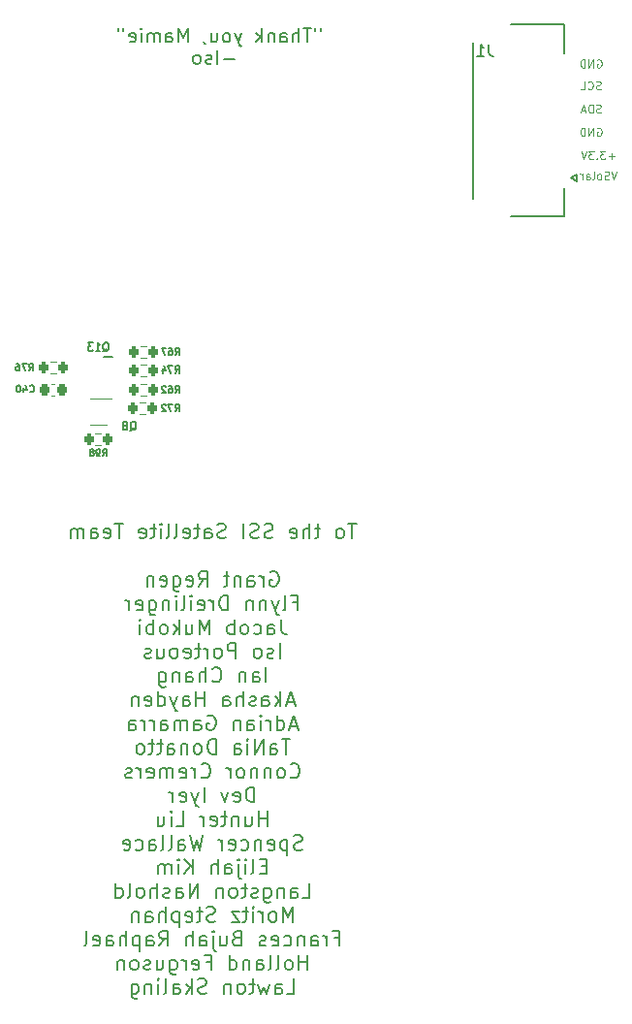
<source format=gbo>
%TF.GenerationSoftware,KiCad,Pcbnew,(6.0.5)*%
%TF.CreationDate,2022-07-09T16:18:46-07:00*%
%TF.ProjectId,solar-panel-side-Y-minus,736f6c61-722d-4706-916e-656c2d736964,rev?*%
%TF.SameCoordinates,Original*%
%TF.FileFunction,Legend,Bot*%
%TF.FilePolarity,Positive*%
%FSLAX46Y46*%
G04 Gerber Fmt 4.6, Leading zero omitted, Abs format (unit mm)*
G04 Created by KiCad (PCBNEW (6.0.5)) date 2022-07-09 16:18:46*
%MOMM*%
%LPD*%
G01*
G04 APERTURE LIST*
G04 Aperture macros list*
%AMRoundRect*
0 Rectangle with rounded corners*
0 $1 Rounding radius*
0 $2 $3 $4 $5 $6 $7 $8 $9 X,Y pos of 4 corners*
0 Add a 4 corners polygon primitive as box body*
4,1,4,$2,$3,$4,$5,$6,$7,$8,$9,$2,$3,0*
0 Add four circle primitives for the rounded corners*
1,1,$1+$1,$2,$3*
1,1,$1+$1,$4,$5*
1,1,$1+$1,$6,$7*
1,1,$1+$1,$8,$9*
0 Add four rect primitives between the rounded corners*
20,1,$1+$1,$2,$3,$4,$5,0*
20,1,$1+$1,$4,$5,$6,$7,0*
20,1,$1+$1,$6,$7,$8,$9,0*
20,1,$1+$1,$8,$9,$2,$3,0*%
G04 Aperture macros list end*
%ADD10C,0.100000*%
%ADD11C,0.200000*%
%ADD12C,0.150000*%
%ADD13C,0.127000*%
%ADD14C,0.120000*%
%ADD15C,0.010000*%
%ADD16C,3.000000*%
%ADD17C,3.800000*%
%ADD18C,2.600000*%
%ADD19RoundRect,0.200000X0.200000X0.275000X-0.200000X0.275000X-0.200000X-0.275000X0.200000X-0.275000X0*%
%ADD20RoundRect,0.200000X-0.200000X-0.275000X0.200000X-0.275000X0.200000X0.275000X-0.200000X0.275000X0*%
%ADD21R,0.600000X0.400000*%
%ADD22R,0.650000X0.400000*%
%ADD23RoundRect,0.225000X0.225000X0.250000X-0.225000X0.250000X-0.225000X-0.250000X0.225000X-0.250000X0*%
G04 APERTURE END LIST*
D10*
X180873333Y-63150000D02*
X180940000Y-63116666D01*
X181040000Y-63116666D01*
X181140000Y-63150000D01*
X181206666Y-63216666D01*
X181240000Y-63283333D01*
X181273333Y-63416666D01*
X181273333Y-63516666D01*
X181240000Y-63650000D01*
X181206666Y-63716666D01*
X181140000Y-63783333D01*
X181040000Y-63816666D01*
X180973333Y-63816666D01*
X180873333Y-63783333D01*
X180840000Y-63750000D01*
X180840000Y-63516666D01*
X180973333Y-63516666D01*
X180540000Y-63816666D02*
X180540000Y-63116666D01*
X180140000Y-63816666D01*
X180140000Y-63116666D01*
X179806666Y-63816666D02*
X179806666Y-63116666D01*
X179640000Y-63116666D01*
X179540000Y-63150000D01*
X179473333Y-63216666D01*
X179440000Y-63283333D01*
X179406666Y-63416666D01*
X179406666Y-63516666D01*
X179440000Y-63650000D01*
X179473333Y-63716666D01*
X179540000Y-63783333D01*
X179640000Y-63816666D01*
X179806666Y-63816666D01*
X181190000Y-61751333D02*
X181090000Y-61784666D01*
X180923333Y-61784666D01*
X180856666Y-61751333D01*
X180823333Y-61718000D01*
X180790000Y-61651333D01*
X180790000Y-61584666D01*
X180823333Y-61518000D01*
X180856666Y-61484666D01*
X180923333Y-61451333D01*
X181056666Y-61418000D01*
X181123333Y-61384666D01*
X181156666Y-61351333D01*
X181190000Y-61284666D01*
X181190000Y-61218000D01*
X181156666Y-61151333D01*
X181123333Y-61118000D01*
X181056666Y-61084666D01*
X180890000Y-61084666D01*
X180790000Y-61118000D01*
X180490000Y-61784666D02*
X180490000Y-61084666D01*
X180323333Y-61084666D01*
X180223333Y-61118000D01*
X180156666Y-61184666D01*
X180123333Y-61251333D01*
X180090000Y-61384666D01*
X180090000Y-61484666D01*
X180123333Y-61618000D01*
X180156666Y-61684666D01*
X180223333Y-61751333D01*
X180323333Y-61784666D01*
X180490000Y-61784666D01*
X179823333Y-61584666D02*
X179490000Y-61584666D01*
X179890000Y-61784666D02*
X179656666Y-61084666D01*
X179423333Y-61784666D01*
X181173333Y-59719333D02*
X181073333Y-59752666D01*
X180906666Y-59752666D01*
X180840000Y-59719333D01*
X180806666Y-59686000D01*
X180773333Y-59619333D01*
X180773333Y-59552666D01*
X180806666Y-59486000D01*
X180840000Y-59452666D01*
X180906666Y-59419333D01*
X181040000Y-59386000D01*
X181106666Y-59352666D01*
X181140000Y-59319333D01*
X181173333Y-59252666D01*
X181173333Y-59186000D01*
X181140000Y-59119333D01*
X181106666Y-59086000D01*
X181040000Y-59052666D01*
X180873333Y-59052666D01*
X180773333Y-59086000D01*
X180073333Y-59686000D02*
X180106666Y-59719333D01*
X180206666Y-59752666D01*
X180273333Y-59752666D01*
X180373333Y-59719333D01*
X180440000Y-59652666D01*
X180473333Y-59586000D01*
X180506666Y-59452666D01*
X180506666Y-59352666D01*
X180473333Y-59219333D01*
X180440000Y-59152666D01*
X180373333Y-59086000D01*
X180273333Y-59052666D01*
X180206666Y-59052666D01*
X180106666Y-59086000D01*
X180073333Y-59119333D01*
X179440000Y-59752666D02*
X179773333Y-59752666D01*
X179773333Y-59052666D01*
X182375000Y-65582000D02*
X181841666Y-65582000D01*
X182108333Y-65848666D02*
X182108333Y-65315333D01*
X181575000Y-65148666D02*
X181141666Y-65148666D01*
X181375000Y-65415333D01*
X181275000Y-65415333D01*
X181208333Y-65448666D01*
X181175000Y-65482000D01*
X181141666Y-65548666D01*
X181141666Y-65715333D01*
X181175000Y-65782000D01*
X181208333Y-65815333D01*
X181275000Y-65848666D01*
X181475000Y-65848666D01*
X181541666Y-65815333D01*
X181575000Y-65782000D01*
X180841666Y-65782000D02*
X180808333Y-65815333D01*
X180841666Y-65848666D01*
X180875000Y-65815333D01*
X180841666Y-65782000D01*
X180841666Y-65848666D01*
X180575000Y-65148666D02*
X180141666Y-65148666D01*
X180375000Y-65415333D01*
X180275000Y-65415333D01*
X180208333Y-65448666D01*
X180175000Y-65482000D01*
X180141666Y-65548666D01*
X180141666Y-65715333D01*
X180175000Y-65782000D01*
X180208333Y-65815333D01*
X180275000Y-65848666D01*
X180475000Y-65848666D01*
X180541666Y-65815333D01*
X180575000Y-65782000D01*
X179941666Y-65148666D02*
X179708333Y-65848666D01*
X179475000Y-65148666D01*
X180873333Y-57181000D02*
X180940000Y-57147666D01*
X181040000Y-57147666D01*
X181140000Y-57181000D01*
X181206666Y-57247666D01*
X181240000Y-57314333D01*
X181273333Y-57447666D01*
X181273333Y-57547666D01*
X181240000Y-57681000D01*
X181206666Y-57747666D01*
X181140000Y-57814333D01*
X181040000Y-57847666D01*
X180973333Y-57847666D01*
X180873333Y-57814333D01*
X180840000Y-57781000D01*
X180840000Y-57547666D01*
X180973333Y-57547666D01*
X180540000Y-57847666D02*
X180540000Y-57147666D01*
X180140000Y-57847666D01*
X180140000Y-57147666D01*
X179806666Y-57847666D02*
X179806666Y-57147666D01*
X179640000Y-57147666D01*
X179540000Y-57181000D01*
X179473333Y-57247666D01*
X179440000Y-57314333D01*
X179406666Y-57447666D01*
X179406666Y-57547666D01*
X179440000Y-57681000D01*
X179473333Y-57747666D01*
X179540000Y-57814333D01*
X179640000Y-57847666D01*
X179806666Y-57847666D01*
X182575000Y-66926666D02*
X182341666Y-67626666D01*
X182108333Y-66926666D01*
X181908333Y-67593333D02*
X181808333Y-67626666D01*
X181641666Y-67626666D01*
X181575000Y-67593333D01*
X181541666Y-67560000D01*
X181508333Y-67493333D01*
X181508333Y-67426666D01*
X181541666Y-67360000D01*
X181575000Y-67326666D01*
X181641666Y-67293333D01*
X181775000Y-67260000D01*
X181841666Y-67226666D01*
X181875000Y-67193333D01*
X181908333Y-67126666D01*
X181908333Y-67060000D01*
X181875000Y-66993333D01*
X181841666Y-66960000D01*
X181775000Y-66926666D01*
X181608333Y-66926666D01*
X181508333Y-66960000D01*
X181108333Y-67626666D02*
X181175000Y-67593333D01*
X181208333Y-67560000D01*
X181241666Y-67493333D01*
X181241666Y-67293333D01*
X181208333Y-67226666D01*
X181175000Y-67193333D01*
X181108333Y-67160000D01*
X181008333Y-67160000D01*
X180941666Y-67193333D01*
X180908333Y-67226666D01*
X180875000Y-67293333D01*
X180875000Y-67493333D01*
X180908333Y-67560000D01*
X180941666Y-67593333D01*
X181008333Y-67626666D01*
X181108333Y-67626666D01*
X180475000Y-67626666D02*
X180541666Y-67593333D01*
X180575000Y-67526666D01*
X180575000Y-66926666D01*
X179908333Y-67626666D02*
X179908333Y-67260000D01*
X179941666Y-67193333D01*
X180008333Y-67160000D01*
X180141666Y-67160000D01*
X180208333Y-67193333D01*
X179908333Y-67593333D02*
X179975000Y-67626666D01*
X180141666Y-67626666D01*
X180208333Y-67593333D01*
X180241666Y-67526666D01*
X180241666Y-67460000D01*
X180208333Y-67393333D01*
X180141666Y-67360000D01*
X179975000Y-67360000D01*
X179908333Y-67326666D01*
X179575000Y-67626666D02*
X179575000Y-67160000D01*
X179575000Y-67293333D02*
X179541666Y-67226666D01*
X179508333Y-67193333D01*
X179441666Y-67160000D01*
X179375000Y-67160000D01*
D11*
X156705714Y-54426857D02*
X156705714Y-54655428D01*
X156248571Y-54426857D02*
X156248571Y-54655428D01*
X155905714Y-54426857D02*
X155220000Y-54426857D01*
X155562857Y-55626857D02*
X155562857Y-54426857D01*
X154820000Y-55626857D02*
X154820000Y-54426857D01*
X154305714Y-55626857D02*
X154305714Y-54998285D01*
X154362857Y-54884000D01*
X154477142Y-54826857D01*
X154648571Y-54826857D01*
X154762857Y-54884000D01*
X154820000Y-54941142D01*
X153220000Y-55626857D02*
X153220000Y-54998285D01*
X153277142Y-54884000D01*
X153391428Y-54826857D01*
X153620000Y-54826857D01*
X153734285Y-54884000D01*
X153220000Y-55569714D02*
X153334285Y-55626857D01*
X153620000Y-55626857D01*
X153734285Y-55569714D01*
X153791428Y-55455428D01*
X153791428Y-55341142D01*
X153734285Y-55226857D01*
X153620000Y-55169714D01*
X153334285Y-55169714D01*
X153220000Y-55112571D01*
X152648571Y-54826857D02*
X152648571Y-55626857D01*
X152648571Y-54941142D02*
X152591428Y-54884000D01*
X152477142Y-54826857D01*
X152305714Y-54826857D01*
X152191428Y-54884000D01*
X152134285Y-54998285D01*
X152134285Y-55626857D01*
X151562857Y-55626857D02*
X151562857Y-54426857D01*
X151448571Y-55169714D02*
X151105714Y-55626857D01*
X151105714Y-54826857D02*
X151562857Y-55284000D01*
X149791428Y-54826857D02*
X149505714Y-55626857D01*
X149220000Y-54826857D02*
X149505714Y-55626857D01*
X149620000Y-55912571D01*
X149677142Y-55969714D01*
X149791428Y-56026857D01*
X148591428Y-55626857D02*
X148705714Y-55569714D01*
X148762857Y-55512571D01*
X148820000Y-55398285D01*
X148820000Y-55055428D01*
X148762857Y-54941142D01*
X148705714Y-54884000D01*
X148591428Y-54826857D01*
X148420000Y-54826857D01*
X148305714Y-54884000D01*
X148248571Y-54941142D01*
X148191428Y-55055428D01*
X148191428Y-55398285D01*
X148248571Y-55512571D01*
X148305714Y-55569714D01*
X148420000Y-55626857D01*
X148591428Y-55626857D01*
X147162857Y-54826857D02*
X147162857Y-55626857D01*
X147677142Y-54826857D02*
X147677142Y-55455428D01*
X147620000Y-55569714D01*
X147505714Y-55626857D01*
X147334285Y-55626857D01*
X147220000Y-55569714D01*
X147162857Y-55512571D01*
X146534285Y-55569714D02*
X146534285Y-55626857D01*
X146591428Y-55741142D01*
X146648571Y-55798285D01*
X145105714Y-55626857D02*
X145105714Y-54426857D01*
X144705714Y-55284000D01*
X144305714Y-54426857D01*
X144305714Y-55626857D01*
X143220000Y-55626857D02*
X143220000Y-54998285D01*
X143277142Y-54884000D01*
X143391428Y-54826857D01*
X143620000Y-54826857D01*
X143734285Y-54884000D01*
X143220000Y-55569714D02*
X143334285Y-55626857D01*
X143620000Y-55626857D01*
X143734285Y-55569714D01*
X143791428Y-55455428D01*
X143791428Y-55341142D01*
X143734285Y-55226857D01*
X143620000Y-55169714D01*
X143334285Y-55169714D01*
X143220000Y-55112571D01*
X142648571Y-55626857D02*
X142648571Y-54826857D01*
X142648571Y-54941142D02*
X142591428Y-54884000D01*
X142477142Y-54826857D01*
X142305714Y-54826857D01*
X142191428Y-54884000D01*
X142134285Y-54998285D01*
X142134285Y-55626857D01*
X142134285Y-54998285D02*
X142077142Y-54884000D01*
X141962857Y-54826857D01*
X141791428Y-54826857D01*
X141677142Y-54884000D01*
X141620000Y-54998285D01*
X141620000Y-55626857D01*
X141048571Y-55626857D02*
X141048571Y-54826857D01*
X141048571Y-54426857D02*
X141105714Y-54484000D01*
X141048571Y-54541142D01*
X140991428Y-54484000D01*
X141048571Y-54426857D01*
X141048571Y-54541142D01*
X140020000Y-55569714D02*
X140134285Y-55626857D01*
X140362857Y-55626857D01*
X140477142Y-55569714D01*
X140534285Y-55455428D01*
X140534285Y-54998285D01*
X140477142Y-54884000D01*
X140362857Y-54826857D01*
X140134285Y-54826857D01*
X140020000Y-54884000D01*
X139962857Y-54998285D01*
X139962857Y-55112571D01*
X140534285Y-55226857D01*
X139505714Y-54426857D02*
X139505714Y-54655428D01*
X139048571Y-54426857D02*
X139048571Y-54655428D01*
X149191428Y-57101714D02*
X148277142Y-57101714D01*
X147705714Y-57558857D02*
X147705714Y-56358857D01*
X147191428Y-57501714D02*
X147077142Y-57558857D01*
X146848571Y-57558857D01*
X146734285Y-57501714D01*
X146677142Y-57387428D01*
X146677142Y-57330285D01*
X146734285Y-57216000D01*
X146848571Y-57158857D01*
X147020000Y-57158857D01*
X147134285Y-57101714D01*
X147191428Y-56987428D01*
X147191428Y-56930285D01*
X147134285Y-56816000D01*
X147020000Y-56758857D01*
X146848571Y-56758857D01*
X146734285Y-56816000D01*
X145991428Y-57558857D02*
X146105714Y-57501714D01*
X146162857Y-57444571D01*
X146220000Y-57330285D01*
X146220000Y-56987428D01*
X146162857Y-56873142D01*
X146105714Y-56816000D01*
X145991428Y-56758857D01*
X145820000Y-56758857D01*
X145705714Y-56816000D01*
X145648571Y-56873142D01*
X145591428Y-56987428D01*
X145591428Y-57330285D01*
X145648571Y-57444571D01*
X145705714Y-57501714D01*
X145820000Y-57558857D01*
X145991428Y-57558857D01*
D12*
X159846666Y-97664595D02*
X159103809Y-97664595D01*
X159475238Y-98964595D02*
X159475238Y-97664595D01*
X158484761Y-98964595D02*
X158608571Y-98902690D01*
X158670476Y-98840785D01*
X158732380Y-98716976D01*
X158732380Y-98345547D01*
X158670476Y-98221738D01*
X158608571Y-98159833D01*
X158484761Y-98097928D01*
X158299047Y-98097928D01*
X158175238Y-98159833D01*
X158113333Y-98221738D01*
X158051428Y-98345547D01*
X158051428Y-98716976D01*
X158113333Y-98840785D01*
X158175238Y-98902690D01*
X158299047Y-98964595D01*
X158484761Y-98964595D01*
X156689523Y-98097928D02*
X156194285Y-98097928D01*
X156503809Y-97664595D02*
X156503809Y-98778880D01*
X156441904Y-98902690D01*
X156318095Y-98964595D01*
X156194285Y-98964595D01*
X155760952Y-98964595D02*
X155760952Y-97664595D01*
X155203809Y-98964595D02*
X155203809Y-98283642D01*
X155265714Y-98159833D01*
X155389523Y-98097928D01*
X155575238Y-98097928D01*
X155699047Y-98159833D01*
X155760952Y-98221738D01*
X154089523Y-98902690D02*
X154213333Y-98964595D01*
X154460952Y-98964595D01*
X154584761Y-98902690D01*
X154646666Y-98778880D01*
X154646666Y-98283642D01*
X154584761Y-98159833D01*
X154460952Y-98097928D01*
X154213333Y-98097928D01*
X154089523Y-98159833D01*
X154027619Y-98283642D01*
X154027619Y-98407452D01*
X154646666Y-98531261D01*
X152541904Y-98902690D02*
X152356190Y-98964595D01*
X152046666Y-98964595D01*
X151922857Y-98902690D01*
X151860952Y-98840785D01*
X151799047Y-98716976D01*
X151799047Y-98593166D01*
X151860952Y-98469357D01*
X151922857Y-98407452D01*
X152046666Y-98345547D01*
X152294285Y-98283642D01*
X152418095Y-98221738D01*
X152480000Y-98159833D01*
X152541904Y-98036023D01*
X152541904Y-97912214D01*
X152480000Y-97788404D01*
X152418095Y-97726500D01*
X152294285Y-97664595D01*
X151984761Y-97664595D01*
X151799047Y-97726500D01*
X151303809Y-98902690D02*
X151118095Y-98964595D01*
X150808571Y-98964595D01*
X150684761Y-98902690D01*
X150622857Y-98840785D01*
X150560952Y-98716976D01*
X150560952Y-98593166D01*
X150622857Y-98469357D01*
X150684761Y-98407452D01*
X150808571Y-98345547D01*
X151056190Y-98283642D01*
X151180000Y-98221738D01*
X151241904Y-98159833D01*
X151303809Y-98036023D01*
X151303809Y-97912214D01*
X151241904Y-97788404D01*
X151180000Y-97726500D01*
X151056190Y-97664595D01*
X150746666Y-97664595D01*
X150560952Y-97726500D01*
X150003809Y-98964595D02*
X150003809Y-97664595D01*
X148456190Y-98902690D02*
X148270476Y-98964595D01*
X147960952Y-98964595D01*
X147837142Y-98902690D01*
X147775238Y-98840785D01*
X147713333Y-98716976D01*
X147713333Y-98593166D01*
X147775238Y-98469357D01*
X147837142Y-98407452D01*
X147960952Y-98345547D01*
X148208571Y-98283642D01*
X148332380Y-98221738D01*
X148394285Y-98159833D01*
X148456190Y-98036023D01*
X148456190Y-97912214D01*
X148394285Y-97788404D01*
X148332380Y-97726500D01*
X148208571Y-97664595D01*
X147899047Y-97664595D01*
X147713333Y-97726500D01*
X146599047Y-98964595D02*
X146599047Y-98283642D01*
X146660952Y-98159833D01*
X146784761Y-98097928D01*
X147032380Y-98097928D01*
X147156190Y-98159833D01*
X146599047Y-98902690D02*
X146722857Y-98964595D01*
X147032380Y-98964595D01*
X147156190Y-98902690D01*
X147218095Y-98778880D01*
X147218095Y-98655071D01*
X147156190Y-98531261D01*
X147032380Y-98469357D01*
X146722857Y-98469357D01*
X146599047Y-98407452D01*
X146165714Y-98097928D02*
X145670476Y-98097928D01*
X145980000Y-97664595D02*
X145980000Y-98778880D01*
X145918095Y-98902690D01*
X145794285Y-98964595D01*
X145670476Y-98964595D01*
X144741904Y-98902690D02*
X144865714Y-98964595D01*
X145113333Y-98964595D01*
X145237142Y-98902690D01*
X145299047Y-98778880D01*
X145299047Y-98283642D01*
X145237142Y-98159833D01*
X145113333Y-98097928D01*
X144865714Y-98097928D01*
X144741904Y-98159833D01*
X144680000Y-98283642D01*
X144680000Y-98407452D01*
X145299047Y-98531261D01*
X143937142Y-98964595D02*
X144060952Y-98902690D01*
X144122857Y-98778880D01*
X144122857Y-97664595D01*
X143256190Y-98964595D02*
X143380000Y-98902690D01*
X143441904Y-98778880D01*
X143441904Y-97664595D01*
X142760952Y-98964595D02*
X142760952Y-98097928D01*
X142760952Y-97664595D02*
X142822857Y-97726500D01*
X142760952Y-97788404D01*
X142699047Y-97726500D01*
X142760952Y-97664595D01*
X142760952Y-97788404D01*
X142327619Y-98097928D02*
X141832380Y-98097928D01*
X142141904Y-97664595D02*
X142141904Y-98778880D01*
X142080000Y-98902690D01*
X141956190Y-98964595D01*
X141832380Y-98964595D01*
X140903809Y-98902690D02*
X141027619Y-98964595D01*
X141275238Y-98964595D01*
X141399047Y-98902690D01*
X141460952Y-98778880D01*
X141460952Y-98283642D01*
X141399047Y-98159833D01*
X141275238Y-98097928D01*
X141027619Y-98097928D01*
X140903809Y-98159833D01*
X140841904Y-98283642D01*
X140841904Y-98407452D01*
X141460952Y-98531261D01*
X139480000Y-97664595D02*
X138737142Y-97664595D01*
X139108571Y-98964595D02*
X139108571Y-97664595D01*
X137808571Y-98902690D02*
X137932380Y-98964595D01*
X138180000Y-98964595D01*
X138303809Y-98902690D01*
X138365714Y-98778880D01*
X138365714Y-98283642D01*
X138303809Y-98159833D01*
X138180000Y-98097928D01*
X137932380Y-98097928D01*
X137808571Y-98159833D01*
X137746666Y-98283642D01*
X137746666Y-98407452D01*
X138365714Y-98531261D01*
X136632380Y-98964595D02*
X136632380Y-98283642D01*
X136694285Y-98159833D01*
X136818095Y-98097928D01*
X137065714Y-98097928D01*
X137189523Y-98159833D01*
X136632380Y-98902690D02*
X136756190Y-98964595D01*
X137065714Y-98964595D01*
X137189523Y-98902690D01*
X137251428Y-98778880D01*
X137251428Y-98655071D01*
X137189523Y-98531261D01*
X137065714Y-98469357D01*
X136756190Y-98469357D01*
X136632380Y-98407452D01*
X136013333Y-98964595D02*
X136013333Y-98097928D01*
X136013333Y-98221738D02*
X135951428Y-98159833D01*
X135827619Y-98097928D01*
X135641904Y-98097928D01*
X135518095Y-98159833D01*
X135456190Y-98283642D01*
X135456190Y-98964595D01*
X135456190Y-98283642D02*
X135394285Y-98159833D01*
X135270476Y-98097928D01*
X135084761Y-98097928D01*
X134960952Y-98159833D01*
X134899047Y-98283642D01*
X134899047Y-98964595D01*
X152325238Y-101912500D02*
X152449047Y-101850595D01*
X152634761Y-101850595D01*
X152820476Y-101912500D01*
X152944285Y-102036309D01*
X153006190Y-102160119D01*
X153068095Y-102407738D01*
X153068095Y-102593452D01*
X153006190Y-102841071D01*
X152944285Y-102964880D01*
X152820476Y-103088690D01*
X152634761Y-103150595D01*
X152510952Y-103150595D01*
X152325238Y-103088690D01*
X152263333Y-103026785D01*
X152263333Y-102593452D01*
X152510952Y-102593452D01*
X151706190Y-103150595D02*
X151706190Y-102283928D01*
X151706190Y-102531547D02*
X151644285Y-102407738D01*
X151582380Y-102345833D01*
X151458571Y-102283928D01*
X151334761Y-102283928D01*
X150344285Y-103150595D02*
X150344285Y-102469642D01*
X150406190Y-102345833D01*
X150530000Y-102283928D01*
X150777619Y-102283928D01*
X150901428Y-102345833D01*
X150344285Y-103088690D02*
X150468095Y-103150595D01*
X150777619Y-103150595D01*
X150901428Y-103088690D01*
X150963333Y-102964880D01*
X150963333Y-102841071D01*
X150901428Y-102717261D01*
X150777619Y-102655357D01*
X150468095Y-102655357D01*
X150344285Y-102593452D01*
X149725238Y-102283928D02*
X149725238Y-103150595D01*
X149725238Y-102407738D02*
X149663333Y-102345833D01*
X149539523Y-102283928D01*
X149353809Y-102283928D01*
X149230000Y-102345833D01*
X149168095Y-102469642D01*
X149168095Y-103150595D01*
X148734761Y-102283928D02*
X148239523Y-102283928D01*
X148549047Y-101850595D02*
X148549047Y-102964880D01*
X148487142Y-103088690D01*
X148363333Y-103150595D01*
X148239523Y-103150595D01*
X146072857Y-103150595D02*
X146506190Y-102531547D01*
X146815714Y-103150595D02*
X146815714Y-101850595D01*
X146320476Y-101850595D01*
X146196666Y-101912500D01*
X146134761Y-101974404D01*
X146072857Y-102098214D01*
X146072857Y-102283928D01*
X146134761Y-102407738D01*
X146196666Y-102469642D01*
X146320476Y-102531547D01*
X146815714Y-102531547D01*
X145020476Y-103088690D02*
X145144285Y-103150595D01*
X145391904Y-103150595D01*
X145515714Y-103088690D01*
X145577619Y-102964880D01*
X145577619Y-102469642D01*
X145515714Y-102345833D01*
X145391904Y-102283928D01*
X145144285Y-102283928D01*
X145020476Y-102345833D01*
X144958571Y-102469642D01*
X144958571Y-102593452D01*
X145577619Y-102717261D01*
X143844285Y-102283928D02*
X143844285Y-103336309D01*
X143906190Y-103460119D01*
X143968095Y-103522023D01*
X144091904Y-103583928D01*
X144277619Y-103583928D01*
X144401428Y-103522023D01*
X143844285Y-103088690D02*
X143968095Y-103150595D01*
X144215714Y-103150595D01*
X144339523Y-103088690D01*
X144401428Y-103026785D01*
X144463333Y-102902976D01*
X144463333Y-102531547D01*
X144401428Y-102407738D01*
X144339523Y-102345833D01*
X144215714Y-102283928D01*
X143968095Y-102283928D01*
X143844285Y-102345833D01*
X142730000Y-103088690D02*
X142853809Y-103150595D01*
X143101428Y-103150595D01*
X143225238Y-103088690D01*
X143287142Y-102964880D01*
X143287142Y-102469642D01*
X143225238Y-102345833D01*
X143101428Y-102283928D01*
X142853809Y-102283928D01*
X142730000Y-102345833D01*
X142668095Y-102469642D01*
X142668095Y-102593452D01*
X143287142Y-102717261D01*
X142110952Y-102283928D02*
X142110952Y-103150595D01*
X142110952Y-102407738D02*
X142049047Y-102345833D01*
X141925238Y-102283928D01*
X141739523Y-102283928D01*
X141615714Y-102345833D01*
X141553809Y-102469642D01*
X141553809Y-103150595D01*
X154306190Y-104562642D02*
X154739523Y-104562642D01*
X154739523Y-105243595D02*
X154739523Y-103943595D01*
X154120476Y-103943595D01*
X153439523Y-105243595D02*
X153563333Y-105181690D01*
X153625238Y-105057880D01*
X153625238Y-103943595D01*
X153068095Y-104376928D02*
X152758571Y-105243595D01*
X152449047Y-104376928D02*
X152758571Y-105243595D01*
X152882380Y-105553119D01*
X152944285Y-105615023D01*
X153068095Y-105676928D01*
X151953809Y-104376928D02*
X151953809Y-105243595D01*
X151953809Y-104500738D02*
X151891904Y-104438833D01*
X151768095Y-104376928D01*
X151582380Y-104376928D01*
X151458571Y-104438833D01*
X151396666Y-104562642D01*
X151396666Y-105243595D01*
X150777619Y-104376928D02*
X150777619Y-105243595D01*
X150777619Y-104500738D02*
X150715714Y-104438833D01*
X150591904Y-104376928D01*
X150406190Y-104376928D01*
X150282380Y-104438833D01*
X150220476Y-104562642D01*
X150220476Y-105243595D01*
X148610952Y-105243595D02*
X148610952Y-103943595D01*
X148301428Y-103943595D01*
X148115714Y-104005500D01*
X147991904Y-104129309D01*
X147930000Y-104253119D01*
X147868095Y-104500738D01*
X147868095Y-104686452D01*
X147930000Y-104934071D01*
X147991904Y-105057880D01*
X148115714Y-105181690D01*
X148301428Y-105243595D01*
X148610952Y-105243595D01*
X147310952Y-105243595D02*
X147310952Y-104376928D01*
X147310952Y-104624547D02*
X147249047Y-104500738D01*
X147187142Y-104438833D01*
X147063333Y-104376928D01*
X146939523Y-104376928D01*
X146010952Y-105181690D02*
X146134761Y-105243595D01*
X146382380Y-105243595D01*
X146506190Y-105181690D01*
X146568095Y-105057880D01*
X146568095Y-104562642D01*
X146506190Y-104438833D01*
X146382380Y-104376928D01*
X146134761Y-104376928D01*
X146010952Y-104438833D01*
X145949047Y-104562642D01*
X145949047Y-104686452D01*
X146568095Y-104810261D01*
X145391904Y-105243595D02*
X145391904Y-104376928D01*
X145391904Y-103943595D02*
X145453809Y-104005500D01*
X145391904Y-104067404D01*
X145330000Y-104005500D01*
X145391904Y-103943595D01*
X145391904Y-104067404D01*
X144587142Y-105243595D02*
X144710952Y-105181690D01*
X144772857Y-105057880D01*
X144772857Y-103943595D01*
X144091904Y-105243595D02*
X144091904Y-104376928D01*
X144091904Y-103943595D02*
X144153809Y-104005500D01*
X144091904Y-104067404D01*
X144030000Y-104005500D01*
X144091904Y-103943595D01*
X144091904Y-104067404D01*
X143472857Y-104376928D02*
X143472857Y-105243595D01*
X143472857Y-104500738D02*
X143410952Y-104438833D01*
X143287142Y-104376928D01*
X143101428Y-104376928D01*
X142977619Y-104438833D01*
X142915714Y-104562642D01*
X142915714Y-105243595D01*
X141739523Y-104376928D02*
X141739523Y-105429309D01*
X141801428Y-105553119D01*
X141863333Y-105615023D01*
X141987142Y-105676928D01*
X142172857Y-105676928D01*
X142296666Y-105615023D01*
X141739523Y-105181690D02*
X141863333Y-105243595D01*
X142110952Y-105243595D01*
X142234761Y-105181690D01*
X142296666Y-105119785D01*
X142358571Y-104995976D01*
X142358571Y-104624547D01*
X142296666Y-104500738D01*
X142234761Y-104438833D01*
X142110952Y-104376928D01*
X141863333Y-104376928D01*
X141739523Y-104438833D01*
X140625238Y-105181690D02*
X140749047Y-105243595D01*
X140996666Y-105243595D01*
X141120476Y-105181690D01*
X141182380Y-105057880D01*
X141182380Y-104562642D01*
X141120476Y-104438833D01*
X140996666Y-104376928D01*
X140749047Y-104376928D01*
X140625238Y-104438833D01*
X140563333Y-104562642D01*
X140563333Y-104686452D01*
X141182380Y-104810261D01*
X140006190Y-105243595D02*
X140006190Y-104376928D01*
X140006190Y-104624547D02*
X139944285Y-104500738D01*
X139882380Y-104438833D01*
X139758571Y-104376928D01*
X139634761Y-104376928D01*
X153253809Y-106036595D02*
X153253809Y-106965166D01*
X153315714Y-107150880D01*
X153439523Y-107274690D01*
X153625238Y-107336595D01*
X153749047Y-107336595D01*
X152077619Y-107336595D02*
X152077619Y-106655642D01*
X152139523Y-106531833D01*
X152263333Y-106469928D01*
X152510952Y-106469928D01*
X152634761Y-106531833D01*
X152077619Y-107274690D02*
X152201428Y-107336595D01*
X152510952Y-107336595D01*
X152634761Y-107274690D01*
X152696666Y-107150880D01*
X152696666Y-107027071D01*
X152634761Y-106903261D01*
X152510952Y-106841357D01*
X152201428Y-106841357D01*
X152077619Y-106779452D01*
X150901428Y-107274690D02*
X151025238Y-107336595D01*
X151272857Y-107336595D01*
X151396666Y-107274690D01*
X151458571Y-107212785D01*
X151520476Y-107088976D01*
X151520476Y-106717547D01*
X151458571Y-106593738D01*
X151396666Y-106531833D01*
X151272857Y-106469928D01*
X151025238Y-106469928D01*
X150901428Y-106531833D01*
X150158571Y-107336595D02*
X150282380Y-107274690D01*
X150344285Y-107212785D01*
X150406190Y-107088976D01*
X150406190Y-106717547D01*
X150344285Y-106593738D01*
X150282380Y-106531833D01*
X150158571Y-106469928D01*
X149972857Y-106469928D01*
X149849047Y-106531833D01*
X149787142Y-106593738D01*
X149725238Y-106717547D01*
X149725238Y-107088976D01*
X149787142Y-107212785D01*
X149849047Y-107274690D01*
X149972857Y-107336595D01*
X150158571Y-107336595D01*
X149168095Y-107336595D02*
X149168095Y-106036595D01*
X149168095Y-106531833D02*
X149044285Y-106469928D01*
X148796666Y-106469928D01*
X148672857Y-106531833D01*
X148610952Y-106593738D01*
X148549047Y-106717547D01*
X148549047Y-107088976D01*
X148610952Y-107212785D01*
X148672857Y-107274690D01*
X148796666Y-107336595D01*
X149044285Y-107336595D01*
X149168095Y-107274690D01*
X147001428Y-107336595D02*
X147001428Y-106036595D01*
X146568095Y-106965166D01*
X146134761Y-106036595D01*
X146134761Y-107336595D01*
X144958571Y-106469928D02*
X144958571Y-107336595D01*
X145515714Y-106469928D02*
X145515714Y-107150880D01*
X145453809Y-107274690D01*
X145330000Y-107336595D01*
X145144285Y-107336595D01*
X145020476Y-107274690D01*
X144958571Y-107212785D01*
X144339523Y-107336595D02*
X144339523Y-106036595D01*
X144215714Y-106841357D02*
X143844285Y-107336595D01*
X143844285Y-106469928D02*
X144339523Y-106965166D01*
X143101428Y-107336595D02*
X143225238Y-107274690D01*
X143287142Y-107212785D01*
X143349047Y-107088976D01*
X143349047Y-106717547D01*
X143287142Y-106593738D01*
X143225238Y-106531833D01*
X143101428Y-106469928D01*
X142915714Y-106469928D01*
X142791904Y-106531833D01*
X142730000Y-106593738D01*
X142668095Y-106717547D01*
X142668095Y-107088976D01*
X142730000Y-107212785D01*
X142791904Y-107274690D01*
X142915714Y-107336595D01*
X143101428Y-107336595D01*
X142110952Y-107336595D02*
X142110952Y-106036595D01*
X142110952Y-106531833D02*
X141987142Y-106469928D01*
X141739523Y-106469928D01*
X141615714Y-106531833D01*
X141553809Y-106593738D01*
X141491904Y-106717547D01*
X141491904Y-107088976D01*
X141553809Y-107212785D01*
X141615714Y-107274690D01*
X141739523Y-107336595D01*
X141987142Y-107336595D01*
X142110952Y-107274690D01*
X140934761Y-107336595D02*
X140934761Y-106469928D01*
X140934761Y-106036595D02*
X140996666Y-106098500D01*
X140934761Y-106160404D01*
X140872857Y-106098500D01*
X140934761Y-106036595D01*
X140934761Y-106160404D01*
X153160952Y-109429595D02*
X153160952Y-108129595D01*
X152603809Y-109367690D02*
X152480000Y-109429595D01*
X152232380Y-109429595D01*
X152108571Y-109367690D01*
X152046666Y-109243880D01*
X152046666Y-109181976D01*
X152108571Y-109058166D01*
X152232380Y-108996261D01*
X152418095Y-108996261D01*
X152541904Y-108934357D01*
X152603809Y-108810547D01*
X152603809Y-108748642D01*
X152541904Y-108624833D01*
X152418095Y-108562928D01*
X152232380Y-108562928D01*
X152108571Y-108624833D01*
X151303809Y-109429595D02*
X151427619Y-109367690D01*
X151489523Y-109305785D01*
X151551428Y-109181976D01*
X151551428Y-108810547D01*
X151489523Y-108686738D01*
X151427619Y-108624833D01*
X151303809Y-108562928D01*
X151118095Y-108562928D01*
X150994285Y-108624833D01*
X150932380Y-108686738D01*
X150870476Y-108810547D01*
X150870476Y-109181976D01*
X150932380Y-109305785D01*
X150994285Y-109367690D01*
X151118095Y-109429595D01*
X151303809Y-109429595D01*
X149322857Y-109429595D02*
X149322857Y-108129595D01*
X148827619Y-108129595D01*
X148703809Y-108191500D01*
X148641904Y-108253404D01*
X148580000Y-108377214D01*
X148580000Y-108562928D01*
X148641904Y-108686738D01*
X148703809Y-108748642D01*
X148827619Y-108810547D01*
X149322857Y-108810547D01*
X147837142Y-109429595D02*
X147960952Y-109367690D01*
X148022857Y-109305785D01*
X148084761Y-109181976D01*
X148084761Y-108810547D01*
X148022857Y-108686738D01*
X147960952Y-108624833D01*
X147837142Y-108562928D01*
X147651428Y-108562928D01*
X147527619Y-108624833D01*
X147465714Y-108686738D01*
X147403809Y-108810547D01*
X147403809Y-109181976D01*
X147465714Y-109305785D01*
X147527619Y-109367690D01*
X147651428Y-109429595D01*
X147837142Y-109429595D01*
X146846666Y-109429595D02*
X146846666Y-108562928D01*
X146846666Y-108810547D02*
X146784761Y-108686738D01*
X146722857Y-108624833D01*
X146599047Y-108562928D01*
X146475238Y-108562928D01*
X146227619Y-108562928D02*
X145732380Y-108562928D01*
X146041904Y-108129595D02*
X146041904Y-109243880D01*
X145980000Y-109367690D01*
X145856190Y-109429595D01*
X145732380Y-109429595D01*
X144803809Y-109367690D02*
X144927619Y-109429595D01*
X145175238Y-109429595D01*
X145299047Y-109367690D01*
X145360952Y-109243880D01*
X145360952Y-108748642D01*
X145299047Y-108624833D01*
X145175238Y-108562928D01*
X144927619Y-108562928D01*
X144803809Y-108624833D01*
X144741904Y-108748642D01*
X144741904Y-108872452D01*
X145360952Y-108996261D01*
X143999047Y-109429595D02*
X144122857Y-109367690D01*
X144184761Y-109305785D01*
X144246666Y-109181976D01*
X144246666Y-108810547D01*
X144184761Y-108686738D01*
X144122857Y-108624833D01*
X143999047Y-108562928D01*
X143813333Y-108562928D01*
X143689523Y-108624833D01*
X143627619Y-108686738D01*
X143565714Y-108810547D01*
X143565714Y-109181976D01*
X143627619Y-109305785D01*
X143689523Y-109367690D01*
X143813333Y-109429595D01*
X143999047Y-109429595D01*
X142451428Y-108562928D02*
X142451428Y-109429595D01*
X143008571Y-108562928D02*
X143008571Y-109243880D01*
X142946666Y-109367690D01*
X142822857Y-109429595D01*
X142637142Y-109429595D01*
X142513333Y-109367690D01*
X142451428Y-109305785D01*
X141894285Y-109367690D02*
X141770476Y-109429595D01*
X141522857Y-109429595D01*
X141399047Y-109367690D01*
X141337142Y-109243880D01*
X141337142Y-109181976D01*
X141399047Y-109058166D01*
X141522857Y-108996261D01*
X141708571Y-108996261D01*
X141832380Y-108934357D01*
X141894285Y-108810547D01*
X141894285Y-108748642D01*
X141832380Y-108624833D01*
X141708571Y-108562928D01*
X141522857Y-108562928D01*
X141399047Y-108624833D01*
X151953809Y-111522595D02*
X151953809Y-110222595D01*
X150777619Y-111522595D02*
X150777619Y-110841642D01*
X150839523Y-110717833D01*
X150963333Y-110655928D01*
X151210952Y-110655928D01*
X151334761Y-110717833D01*
X150777619Y-111460690D02*
X150901428Y-111522595D01*
X151210952Y-111522595D01*
X151334761Y-111460690D01*
X151396666Y-111336880D01*
X151396666Y-111213071D01*
X151334761Y-111089261D01*
X151210952Y-111027357D01*
X150901428Y-111027357D01*
X150777619Y-110965452D01*
X150158571Y-110655928D02*
X150158571Y-111522595D01*
X150158571Y-110779738D02*
X150096666Y-110717833D01*
X149972857Y-110655928D01*
X149787142Y-110655928D01*
X149663333Y-110717833D01*
X149601428Y-110841642D01*
X149601428Y-111522595D01*
X147249047Y-111398785D02*
X147310952Y-111460690D01*
X147496666Y-111522595D01*
X147620476Y-111522595D01*
X147806190Y-111460690D01*
X147930000Y-111336880D01*
X147991904Y-111213071D01*
X148053809Y-110965452D01*
X148053809Y-110779738D01*
X147991904Y-110532119D01*
X147930000Y-110408309D01*
X147806190Y-110284500D01*
X147620476Y-110222595D01*
X147496666Y-110222595D01*
X147310952Y-110284500D01*
X147249047Y-110346404D01*
X146691904Y-111522595D02*
X146691904Y-110222595D01*
X146134761Y-111522595D02*
X146134761Y-110841642D01*
X146196666Y-110717833D01*
X146320476Y-110655928D01*
X146506190Y-110655928D01*
X146630000Y-110717833D01*
X146691904Y-110779738D01*
X144958571Y-111522595D02*
X144958571Y-110841642D01*
X145020476Y-110717833D01*
X145144285Y-110655928D01*
X145391904Y-110655928D01*
X145515714Y-110717833D01*
X144958571Y-111460690D02*
X145082380Y-111522595D01*
X145391904Y-111522595D01*
X145515714Y-111460690D01*
X145577619Y-111336880D01*
X145577619Y-111213071D01*
X145515714Y-111089261D01*
X145391904Y-111027357D01*
X145082380Y-111027357D01*
X144958571Y-110965452D01*
X144339523Y-110655928D02*
X144339523Y-111522595D01*
X144339523Y-110779738D02*
X144277619Y-110717833D01*
X144153809Y-110655928D01*
X143968095Y-110655928D01*
X143844285Y-110717833D01*
X143782380Y-110841642D01*
X143782380Y-111522595D01*
X142606190Y-110655928D02*
X142606190Y-111708309D01*
X142668095Y-111832119D01*
X142730000Y-111894023D01*
X142853809Y-111955928D01*
X143039523Y-111955928D01*
X143163333Y-111894023D01*
X142606190Y-111460690D02*
X142730000Y-111522595D01*
X142977619Y-111522595D01*
X143101428Y-111460690D01*
X143163333Y-111398785D01*
X143225238Y-111274976D01*
X143225238Y-110903547D01*
X143163333Y-110779738D01*
X143101428Y-110717833D01*
X142977619Y-110655928D01*
X142730000Y-110655928D01*
X142606190Y-110717833D01*
X154399047Y-113244166D02*
X153780000Y-113244166D01*
X154522857Y-113615595D02*
X154089523Y-112315595D01*
X153656190Y-113615595D01*
X153222857Y-113615595D02*
X153222857Y-112315595D01*
X153099047Y-113120357D02*
X152727619Y-113615595D01*
X152727619Y-112748928D02*
X153222857Y-113244166D01*
X151613333Y-113615595D02*
X151613333Y-112934642D01*
X151675238Y-112810833D01*
X151799047Y-112748928D01*
X152046666Y-112748928D01*
X152170476Y-112810833D01*
X151613333Y-113553690D02*
X151737142Y-113615595D01*
X152046666Y-113615595D01*
X152170476Y-113553690D01*
X152232380Y-113429880D01*
X152232380Y-113306071D01*
X152170476Y-113182261D01*
X152046666Y-113120357D01*
X151737142Y-113120357D01*
X151613333Y-113058452D01*
X151056190Y-113553690D02*
X150932380Y-113615595D01*
X150684761Y-113615595D01*
X150560952Y-113553690D01*
X150499047Y-113429880D01*
X150499047Y-113367976D01*
X150560952Y-113244166D01*
X150684761Y-113182261D01*
X150870476Y-113182261D01*
X150994285Y-113120357D01*
X151056190Y-112996547D01*
X151056190Y-112934642D01*
X150994285Y-112810833D01*
X150870476Y-112748928D01*
X150684761Y-112748928D01*
X150560952Y-112810833D01*
X149941904Y-113615595D02*
X149941904Y-112315595D01*
X149384761Y-113615595D02*
X149384761Y-112934642D01*
X149446666Y-112810833D01*
X149570476Y-112748928D01*
X149756190Y-112748928D01*
X149880000Y-112810833D01*
X149941904Y-112872738D01*
X148208571Y-113615595D02*
X148208571Y-112934642D01*
X148270476Y-112810833D01*
X148394285Y-112748928D01*
X148641904Y-112748928D01*
X148765714Y-112810833D01*
X148208571Y-113553690D02*
X148332380Y-113615595D01*
X148641904Y-113615595D01*
X148765714Y-113553690D01*
X148827619Y-113429880D01*
X148827619Y-113306071D01*
X148765714Y-113182261D01*
X148641904Y-113120357D01*
X148332380Y-113120357D01*
X148208571Y-113058452D01*
X146599047Y-113615595D02*
X146599047Y-112315595D01*
X146599047Y-112934642D02*
X145856190Y-112934642D01*
X145856190Y-113615595D02*
X145856190Y-112315595D01*
X144680000Y-113615595D02*
X144680000Y-112934642D01*
X144741904Y-112810833D01*
X144865714Y-112748928D01*
X145113333Y-112748928D01*
X145237142Y-112810833D01*
X144680000Y-113553690D02*
X144803809Y-113615595D01*
X145113333Y-113615595D01*
X145237142Y-113553690D01*
X145299047Y-113429880D01*
X145299047Y-113306071D01*
X145237142Y-113182261D01*
X145113333Y-113120357D01*
X144803809Y-113120357D01*
X144680000Y-113058452D01*
X144184761Y-112748928D02*
X143875238Y-113615595D01*
X143565714Y-112748928D02*
X143875238Y-113615595D01*
X143999047Y-113925119D01*
X144060952Y-113987023D01*
X144184761Y-114048928D01*
X142513333Y-113615595D02*
X142513333Y-112315595D01*
X142513333Y-113553690D02*
X142637142Y-113615595D01*
X142884761Y-113615595D01*
X143008571Y-113553690D01*
X143070476Y-113491785D01*
X143132380Y-113367976D01*
X143132380Y-112996547D01*
X143070476Y-112872738D01*
X143008571Y-112810833D01*
X142884761Y-112748928D01*
X142637142Y-112748928D01*
X142513333Y-112810833D01*
X141399047Y-113553690D02*
X141522857Y-113615595D01*
X141770476Y-113615595D01*
X141894285Y-113553690D01*
X141956190Y-113429880D01*
X141956190Y-112934642D01*
X141894285Y-112810833D01*
X141770476Y-112748928D01*
X141522857Y-112748928D01*
X141399047Y-112810833D01*
X141337142Y-112934642D01*
X141337142Y-113058452D01*
X141956190Y-113182261D01*
X140780000Y-112748928D02*
X140780000Y-113615595D01*
X140780000Y-112872738D02*
X140718095Y-112810833D01*
X140594285Y-112748928D01*
X140408571Y-112748928D01*
X140284761Y-112810833D01*
X140222857Y-112934642D01*
X140222857Y-113615595D01*
X154646666Y-115337166D02*
X154027619Y-115337166D01*
X154770476Y-115708595D02*
X154337142Y-114408595D01*
X153903809Y-115708595D01*
X152913333Y-115708595D02*
X152913333Y-114408595D01*
X152913333Y-115646690D02*
X153037142Y-115708595D01*
X153284761Y-115708595D01*
X153408571Y-115646690D01*
X153470476Y-115584785D01*
X153532380Y-115460976D01*
X153532380Y-115089547D01*
X153470476Y-114965738D01*
X153408571Y-114903833D01*
X153284761Y-114841928D01*
X153037142Y-114841928D01*
X152913333Y-114903833D01*
X152294285Y-115708595D02*
X152294285Y-114841928D01*
X152294285Y-115089547D02*
X152232380Y-114965738D01*
X152170476Y-114903833D01*
X152046666Y-114841928D01*
X151922857Y-114841928D01*
X151489523Y-115708595D02*
X151489523Y-114841928D01*
X151489523Y-114408595D02*
X151551428Y-114470500D01*
X151489523Y-114532404D01*
X151427619Y-114470500D01*
X151489523Y-114408595D01*
X151489523Y-114532404D01*
X150313333Y-115708595D02*
X150313333Y-115027642D01*
X150375238Y-114903833D01*
X150499047Y-114841928D01*
X150746666Y-114841928D01*
X150870476Y-114903833D01*
X150313333Y-115646690D02*
X150437142Y-115708595D01*
X150746666Y-115708595D01*
X150870476Y-115646690D01*
X150932380Y-115522880D01*
X150932380Y-115399071D01*
X150870476Y-115275261D01*
X150746666Y-115213357D01*
X150437142Y-115213357D01*
X150313333Y-115151452D01*
X149694285Y-114841928D02*
X149694285Y-115708595D01*
X149694285Y-114965738D02*
X149632380Y-114903833D01*
X149508571Y-114841928D01*
X149322857Y-114841928D01*
X149199047Y-114903833D01*
X149137142Y-115027642D01*
X149137142Y-115708595D01*
X146846666Y-114470500D02*
X146970476Y-114408595D01*
X147156190Y-114408595D01*
X147341904Y-114470500D01*
X147465714Y-114594309D01*
X147527619Y-114718119D01*
X147589523Y-114965738D01*
X147589523Y-115151452D01*
X147527619Y-115399071D01*
X147465714Y-115522880D01*
X147341904Y-115646690D01*
X147156190Y-115708595D01*
X147032380Y-115708595D01*
X146846666Y-115646690D01*
X146784761Y-115584785D01*
X146784761Y-115151452D01*
X147032380Y-115151452D01*
X145670476Y-115708595D02*
X145670476Y-115027642D01*
X145732380Y-114903833D01*
X145856190Y-114841928D01*
X146103809Y-114841928D01*
X146227619Y-114903833D01*
X145670476Y-115646690D02*
X145794285Y-115708595D01*
X146103809Y-115708595D01*
X146227619Y-115646690D01*
X146289523Y-115522880D01*
X146289523Y-115399071D01*
X146227619Y-115275261D01*
X146103809Y-115213357D01*
X145794285Y-115213357D01*
X145670476Y-115151452D01*
X145051428Y-115708595D02*
X145051428Y-114841928D01*
X145051428Y-114965738D02*
X144989523Y-114903833D01*
X144865714Y-114841928D01*
X144680000Y-114841928D01*
X144556190Y-114903833D01*
X144494285Y-115027642D01*
X144494285Y-115708595D01*
X144494285Y-115027642D02*
X144432380Y-114903833D01*
X144308571Y-114841928D01*
X144122857Y-114841928D01*
X143999047Y-114903833D01*
X143937142Y-115027642D01*
X143937142Y-115708595D01*
X142760952Y-115708595D02*
X142760952Y-115027642D01*
X142822857Y-114903833D01*
X142946666Y-114841928D01*
X143194285Y-114841928D01*
X143318095Y-114903833D01*
X142760952Y-115646690D02*
X142884761Y-115708595D01*
X143194285Y-115708595D01*
X143318095Y-115646690D01*
X143380000Y-115522880D01*
X143380000Y-115399071D01*
X143318095Y-115275261D01*
X143194285Y-115213357D01*
X142884761Y-115213357D01*
X142760952Y-115151452D01*
X142141904Y-115708595D02*
X142141904Y-114841928D01*
X142141904Y-115089547D02*
X142080000Y-114965738D01*
X142018095Y-114903833D01*
X141894285Y-114841928D01*
X141770476Y-114841928D01*
X141337142Y-115708595D02*
X141337142Y-114841928D01*
X141337142Y-115089547D02*
X141275238Y-114965738D01*
X141213333Y-114903833D01*
X141089523Y-114841928D01*
X140965714Y-114841928D01*
X139975238Y-115708595D02*
X139975238Y-115027642D01*
X140037142Y-114903833D01*
X140160952Y-114841928D01*
X140408571Y-114841928D01*
X140532380Y-114903833D01*
X139975238Y-115646690D02*
X140099047Y-115708595D01*
X140408571Y-115708595D01*
X140532380Y-115646690D01*
X140594285Y-115522880D01*
X140594285Y-115399071D01*
X140532380Y-115275261D01*
X140408571Y-115213357D01*
X140099047Y-115213357D01*
X139975238Y-115151452D01*
X154058571Y-116501595D02*
X153315714Y-116501595D01*
X153687142Y-117801595D02*
X153687142Y-116501595D01*
X152325238Y-117801595D02*
X152325238Y-117120642D01*
X152387142Y-116996833D01*
X152510952Y-116934928D01*
X152758571Y-116934928D01*
X152882380Y-116996833D01*
X152325238Y-117739690D02*
X152449047Y-117801595D01*
X152758571Y-117801595D01*
X152882380Y-117739690D01*
X152944285Y-117615880D01*
X152944285Y-117492071D01*
X152882380Y-117368261D01*
X152758571Y-117306357D01*
X152449047Y-117306357D01*
X152325238Y-117244452D01*
X151706190Y-117801595D02*
X151706190Y-116501595D01*
X150963333Y-117801595D01*
X150963333Y-116501595D01*
X150344285Y-117801595D02*
X150344285Y-116934928D01*
X150344285Y-116501595D02*
X150406190Y-116563500D01*
X150344285Y-116625404D01*
X150282380Y-116563500D01*
X150344285Y-116501595D01*
X150344285Y-116625404D01*
X149168095Y-117801595D02*
X149168095Y-117120642D01*
X149230000Y-116996833D01*
X149353809Y-116934928D01*
X149601428Y-116934928D01*
X149725238Y-116996833D01*
X149168095Y-117739690D02*
X149291904Y-117801595D01*
X149601428Y-117801595D01*
X149725238Y-117739690D01*
X149787142Y-117615880D01*
X149787142Y-117492071D01*
X149725238Y-117368261D01*
X149601428Y-117306357D01*
X149291904Y-117306357D01*
X149168095Y-117244452D01*
X147558571Y-117801595D02*
X147558571Y-116501595D01*
X147249047Y-116501595D01*
X147063333Y-116563500D01*
X146939523Y-116687309D01*
X146877619Y-116811119D01*
X146815714Y-117058738D01*
X146815714Y-117244452D01*
X146877619Y-117492071D01*
X146939523Y-117615880D01*
X147063333Y-117739690D01*
X147249047Y-117801595D01*
X147558571Y-117801595D01*
X146072857Y-117801595D02*
X146196666Y-117739690D01*
X146258571Y-117677785D01*
X146320476Y-117553976D01*
X146320476Y-117182547D01*
X146258571Y-117058738D01*
X146196666Y-116996833D01*
X146072857Y-116934928D01*
X145887142Y-116934928D01*
X145763333Y-116996833D01*
X145701428Y-117058738D01*
X145639523Y-117182547D01*
X145639523Y-117553976D01*
X145701428Y-117677785D01*
X145763333Y-117739690D01*
X145887142Y-117801595D01*
X146072857Y-117801595D01*
X145082380Y-116934928D02*
X145082380Y-117801595D01*
X145082380Y-117058738D02*
X145020476Y-116996833D01*
X144896666Y-116934928D01*
X144710952Y-116934928D01*
X144587142Y-116996833D01*
X144525238Y-117120642D01*
X144525238Y-117801595D01*
X143349047Y-117801595D02*
X143349047Y-117120642D01*
X143410952Y-116996833D01*
X143534761Y-116934928D01*
X143782380Y-116934928D01*
X143906190Y-116996833D01*
X143349047Y-117739690D02*
X143472857Y-117801595D01*
X143782380Y-117801595D01*
X143906190Y-117739690D01*
X143968095Y-117615880D01*
X143968095Y-117492071D01*
X143906190Y-117368261D01*
X143782380Y-117306357D01*
X143472857Y-117306357D01*
X143349047Y-117244452D01*
X142915714Y-116934928D02*
X142420476Y-116934928D01*
X142730000Y-116501595D02*
X142730000Y-117615880D01*
X142668095Y-117739690D01*
X142544285Y-117801595D01*
X142420476Y-117801595D01*
X142172857Y-116934928D02*
X141677619Y-116934928D01*
X141987142Y-116501595D02*
X141987142Y-117615880D01*
X141925238Y-117739690D01*
X141801428Y-117801595D01*
X141677619Y-117801595D01*
X141058571Y-117801595D02*
X141182380Y-117739690D01*
X141244285Y-117677785D01*
X141306190Y-117553976D01*
X141306190Y-117182547D01*
X141244285Y-117058738D01*
X141182380Y-116996833D01*
X141058571Y-116934928D01*
X140872857Y-116934928D01*
X140749047Y-116996833D01*
X140687142Y-117058738D01*
X140625238Y-117182547D01*
X140625238Y-117553976D01*
X140687142Y-117677785D01*
X140749047Y-117739690D01*
X140872857Y-117801595D01*
X141058571Y-117801595D01*
X154089523Y-119770785D02*
X154151428Y-119832690D01*
X154337142Y-119894595D01*
X154460952Y-119894595D01*
X154646666Y-119832690D01*
X154770476Y-119708880D01*
X154832380Y-119585071D01*
X154894285Y-119337452D01*
X154894285Y-119151738D01*
X154832380Y-118904119D01*
X154770476Y-118780309D01*
X154646666Y-118656500D01*
X154460952Y-118594595D01*
X154337142Y-118594595D01*
X154151428Y-118656500D01*
X154089523Y-118718404D01*
X153346666Y-119894595D02*
X153470476Y-119832690D01*
X153532380Y-119770785D01*
X153594285Y-119646976D01*
X153594285Y-119275547D01*
X153532380Y-119151738D01*
X153470476Y-119089833D01*
X153346666Y-119027928D01*
X153160952Y-119027928D01*
X153037142Y-119089833D01*
X152975238Y-119151738D01*
X152913333Y-119275547D01*
X152913333Y-119646976D01*
X152975238Y-119770785D01*
X153037142Y-119832690D01*
X153160952Y-119894595D01*
X153346666Y-119894595D01*
X152356190Y-119027928D02*
X152356190Y-119894595D01*
X152356190Y-119151738D02*
X152294285Y-119089833D01*
X152170476Y-119027928D01*
X151984761Y-119027928D01*
X151860952Y-119089833D01*
X151799047Y-119213642D01*
X151799047Y-119894595D01*
X151180000Y-119027928D02*
X151180000Y-119894595D01*
X151180000Y-119151738D02*
X151118095Y-119089833D01*
X150994285Y-119027928D01*
X150808571Y-119027928D01*
X150684761Y-119089833D01*
X150622857Y-119213642D01*
X150622857Y-119894595D01*
X149818095Y-119894595D02*
X149941904Y-119832690D01*
X150003809Y-119770785D01*
X150065714Y-119646976D01*
X150065714Y-119275547D01*
X150003809Y-119151738D01*
X149941904Y-119089833D01*
X149818095Y-119027928D01*
X149632380Y-119027928D01*
X149508571Y-119089833D01*
X149446666Y-119151738D01*
X149384761Y-119275547D01*
X149384761Y-119646976D01*
X149446666Y-119770785D01*
X149508571Y-119832690D01*
X149632380Y-119894595D01*
X149818095Y-119894595D01*
X148827619Y-119894595D02*
X148827619Y-119027928D01*
X148827619Y-119275547D02*
X148765714Y-119151738D01*
X148703809Y-119089833D01*
X148580000Y-119027928D01*
X148456190Y-119027928D01*
X146289523Y-119770785D02*
X146351428Y-119832690D01*
X146537142Y-119894595D01*
X146660952Y-119894595D01*
X146846666Y-119832690D01*
X146970476Y-119708880D01*
X147032380Y-119585071D01*
X147094285Y-119337452D01*
X147094285Y-119151738D01*
X147032380Y-118904119D01*
X146970476Y-118780309D01*
X146846666Y-118656500D01*
X146660952Y-118594595D01*
X146537142Y-118594595D01*
X146351428Y-118656500D01*
X146289523Y-118718404D01*
X145732380Y-119894595D02*
X145732380Y-119027928D01*
X145732380Y-119275547D02*
X145670476Y-119151738D01*
X145608571Y-119089833D01*
X145484761Y-119027928D01*
X145360952Y-119027928D01*
X144432380Y-119832690D02*
X144556190Y-119894595D01*
X144803809Y-119894595D01*
X144927619Y-119832690D01*
X144989523Y-119708880D01*
X144989523Y-119213642D01*
X144927619Y-119089833D01*
X144803809Y-119027928D01*
X144556190Y-119027928D01*
X144432380Y-119089833D01*
X144370476Y-119213642D01*
X144370476Y-119337452D01*
X144989523Y-119461261D01*
X143813333Y-119894595D02*
X143813333Y-119027928D01*
X143813333Y-119151738D02*
X143751428Y-119089833D01*
X143627619Y-119027928D01*
X143441904Y-119027928D01*
X143318095Y-119089833D01*
X143256190Y-119213642D01*
X143256190Y-119894595D01*
X143256190Y-119213642D02*
X143194285Y-119089833D01*
X143070476Y-119027928D01*
X142884761Y-119027928D01*
X142760952Y-119089833D01*
X142699047Y-119213642D01*
X142699047Y-119894595D01*
X141584761Y-119832690D02*
X141708571Y-119894595D01*
X141956190Y-119894595D01*
X142080000Y-119832690D01*
X142141904Y-119708880D01*
X142141904Y-119213642D01*
X142080000Y-119089833D01*
X141956190Y-119027928D01*
X141708571Y-119027928D01*
X141584761Y-119089833D01*
X141522857Y-119213642D01*
X141522857Y-119337452D01*
X142141904Y-119461261D01*
X140965714Y-119894595D02*
X140965714Y-119027928D01*
X140965714Y-119275547D02*
X140903809Y-119151738D01*
X140841904Y-119089833D01*
X140718095Y-119027928D01*
X140594285Y-119027928D01*
X140222857Y-119832690D02*
X140099047Y-119894595D01*
X139851428Y-119894595D01*
X139727619Y-119832690D01*
X139665714Y-119708880D01*
X139665714Y-119646976D01*
X139727619Y-119523166D01*
X139851428Y-119461261D01*
X140037142Y-119461261D01*
X140160952Y-119399357D01*
X140222857Y-119275547D01*
X140222857Y-119213642D01*
X140160952Y-119089833D01*
X140037142Y-119027928D01*
X139851428Y-119027928D01*
X139727619Y-119089833D01*
X150932380Y-121987595D02*
X150932380Y-120687595D01*
X150622857Y-120687595D01*
X150437142Y-120749500D01*
X150313333Y-120873309D01*
X150251428Y-120997119D01*
X150189523Y-121244738D01*
X150189523Y-121430452D01*
X150251428Y-121678071D01*
X150313333Y-121801880D01*
X150437142Y-121925690D01*
X150622857Y-121987595D01*
X150932380Y-121987595D01*
X149137142Y-121925690D02*
X149260952Y-121987595D01*
X149508571Y-121987595D01*
X149632380Y-121925690D01*
X149694285Y-121801880D01*
X149694285Y-121306642D01*
X149632380Y-121182833D01*
X149508571Y-121120928D01*
X149260952Y-121120928D01*
X149137142Y-121182833D01*
X149075238Y-121306642D01*
X149075238Y-121430452D01*
X149694285Y-121554261D01*
X148641904Y-121120928D02*
X148332380Y-121987595D01*
X148022857Y-121120928D01*
X146537142Y-121987595D02*
X146537142Y-120687595D01*
X146041904Y-121120928D02*
X145732380Y-121987595D01*
X145422857Y-121120928D02*
X145732380Y-121987595D01*
X145856190Y-122297119D01*
X145918095Y-122359023D01*
X146041904Y-122420928D01*
X144432380Y-121925690D02*
X144556190Y-121987595D01*
X144803809Y-121987595D01*
X144927619Y-121925690D01*
X144989523Y-121801880D01*
X144989523Y-121306642D01*
X144927619Y-121182833D01*
X144803809Y-121120928D01*
X144556190Y-121120928D01*
X144432380Y-121182833D01*
X144370476Y-121306642D01*
X144370476Y-121430452D01*
X144989523Y-121554261D01*
X143813333Y-121987595D02*
X143813333Y-121120928D01*
X143813333Y-121368547D02*
X143751428Y-121244738D01*
X143689523Y-121182833D01*
X143565714Y-121120928D01*
X143441904Y-121120928D01*
X152077619Y-124080595D02*
X152077619Y-122780595D01*
X152077619Y-123399642D02*
X151334761Y-123399642D01*
X151334761Y-124080595D02*
X151334761Y-122780595D01*
X150158571Y-123213928D02*
X150158571Y-124080595D01*
X150715714Y-123213928D02*
X150715714Y-123894880D01*
X150653809Y-124018690D01*
X150530000Y-124080595D01*
X150344285Y-124080595D01*
X150220476Y-124018690D01*
X150158571Y-123956785D01*
X149539523Y-123213928D02*
X149539523Y-124080595D01*
X149539523Y-123337738D02*
X149477619Y-123275833D01*
X149353809Y-123213928D01*
X149168095Y-123213928D01*
X149044285Y-123275833D01*
X148982380Y-123399642D01*
X148982380Y-124080595D01*
X148549047Y-123213928D02*
X148053809Y-123213928D01*
X148363333Y-122780595D02*
X148363333Y-123894880D01*
X148301428Y-124018690D01*
X148177619Y-124080595D01*
X148053809Y-124080595D01*
X147125238Y-124018690D02*
X147249047Y-124080595D01*
X147496666Y-124080595D01*
X147620476Y-124018690D01*
X147682380Y-123894880D01*
X147682380Y-123399642D01*
X147620476Y-123275833D01*
X147496666Y-123213928D01*
X147249047Y-123213928D01*
X147125238Y-123275833D01*
X147063333Y-123399642D01*
X147063333Y-123523452D01*
X147682380Y-123647261D01*
X146506190Y-124080595D02*
X146506190Y-123213928D01*
X146506190Y-123461547D02*
X146444285Y-123337738D01*
X146382380Y-123275833D01*
X146258571Y-123213928D01*
X146134761Y-123213928D01*
X144091904Y-124080595D02*
X144710952Y-124080595D01*
X144710952Y-122780595D01*
X143658571Y-124080595D02*
X143658571Y-123213928D01*
X143658571Y-122780595D02*
X143720476Y-122842500D01*
X143658571Y-122904404D01*
X143596666Y-122842500D01*
X143658571Y-122780595D01*
X143658571Y-122904404D01*
X142482380Y-123213928D02*
X142482380Y-124080595D01*
X143039523Y-123213928D02*
X143039523Y-123894880D01*
X142977619Y-124018690D01*
X142853809Y-124080595D01*
X142668095Y-124080595D01*
X142544285Y-124018690D01*
X142482380Y-123956785D01*
X155110952Y-126111690D02*
X154925238Y-126173595D01*
X154615714Y-126173595D01*
X154491904Y-126111690D01*
X154430000Y-126049785D01*
X154368095Y-125925976D01*
X154368095Y-125802166D01*
X154430000Y-125678357D01*
X154491904Y-125616452D01*
X154615714Y-125554547D01*
X154863333Y-125492642D01*
X154987142Y-125430738D01*
X155049047Y-125368833D01*
X155110952Y-125245023D01*
X155110952Y-125121214D01*
X155049047Y-124997404D01*
X154987142Y-124935500D01*
X154863333Y-124873595D01*
X154553809Y-124873595D01*
X154368095Y-124935500D01*
X153810952Y-125306928D02*
X153810952Y-126606928D01*
X153810952Y-125368833D02*
X153687142Y-125306928D01*
X153439523Y-125306928D01*
X153315714Y-125368833D01*
X153253809Y-125430738D01*
X153191904Y-125554547D01*
X153191904Y-125925976D01*
X153253809Y-126049785D01*
X153315714Y-126111690D01*
X153439523Y-126173595D01*
X153687142Y-126173595D01*
X153810952Y-126111690D01*
X152139523Y-126111690D02*
X152263333Y-126173595D01*
X152510952Y-126173595D01*
X152634761Y-126111690D01*
X152696666Y-125987880D01*
X152696666Y-125492642D01*
X152634761Y-125368833D01*
X152510952Y-125306928D01*
X152263333Y-125306928D01*
X152139523Y-125368833D01*
X152077619Y-125492642D01*
X152077619Y-125616452D01*
X152696666Y-125740261D01*
X151520476Y-125306928D02*
X151520476Y-126173595D01*
X151520476Y-125430738D02*
X151458571Y-125368833D01*
X151334761Y-125306928D01*
X151149047Y-125306928D01*
X151025238Y-125368833D01*
X150963333Y-125492642D01*
X150963333Y-126173595D01*
X149787142Y-126111690D02*
X149910952Y-126173595D01*
X150158571Y-126173595D01*
X150282380Y-126111690D01*
X150344285Y-126049785D01*
X150406190Y-125925976D01*
X150406190Y-125554547D01*
X150344285Y-125430738D01*
X150282380Y-125368833D01*
X150158571Y-125306928D01*
X149910952Y-125306928D01*
X149787142Y-125368833D01*
X148734761Y-126111690D02*
X148858571Y-126173595D01*
X149106190Y-126173595D01*
X149230000Y-126111690D01*
X149291904Y-125987880D01*
X149291904Y-125492642D01*
X149230000Y-125368833D01*
X149106190Y-125306928D01*
X148858571Y-125306928D01*
X148734761Y-125368833D01*
X148672857Y-125492642D01*
X148672857Y-125616452D01*
X149291904Y-125740261D01*
X148115714Y-126173595D02*
X148115714Y-125306928D01*
X148115714Y-125554547D02*
X148053809Y-125430738D01*
X147991904Y-125368833D01*
X147868095Y-125306928D01*
X147744285Y-125306928D01*
X146444285Y-124873595D02*
X146134761Y-126173595D01*
X145887142Y-125245023D01*
X145639523Y-126173595D01*
X145330000Y-124873595D01*
X144277619Y-126173595D02*
X144277619Y-125492642D01*
X144339523Y-125368833D01*
X144463333Y-125306928D01*
X144710952Y-125306928D01*
X144834761Y-125368833D01*
X144277619Y-126111690D02*
X144401428Y-126173595D01*
X144710952Y-126173595D01*
X144834761Y-126111690D01*
X144896666Y-125987880D01*
X144896666Y-125864071D01*
X144834761Y-125740261D01*
X144710952Y-125678357D01*
X144401428Y-125678357D01*
X144277619Y-125616452D01*
X143472857Y-126173595D02*
X143596666Y-126111690D01*
X143658571Y-125987880D01*
X143658571Y-124873595D01*
X142791904Y-126173595D02*
X142915714Y-126111690D01*
X142977619Y-125987880D01*
X142977619Y-124873595D01*
X141739523Y-126173595D02*
X141739523Y-125492642D01*
X141801428Y-125368833D01*
X141925238Y-125306928D01*
X142172857Y-125306928D01*
X142296666Y-125368833D01*
X141739523Y-126111690D02*
X141863333Y-126173595D01*
X142172857Y-126173595D01*
X142296666Y-126111690D01*
X142358571Y-125987880D01*
X142358571Y-125864071D01*
X142296666Y-125740261D01*
X142172857Y-125678357D01*
X141863333Y-125678357D01*
X141739523Y-125616452D01*
X140563333Y-126111690D02*
X140687142Y-126173595D01*
X140934761Y-126173595D01*
X141058571Y-126111690D01*
X141120476Y-126049785D01*
X141182380Y-125925976D01*
X141182380Y-125554547D01*
X141120476Y-125430738D01*
X141058571Y-125368833D01*
X140934761Y-125306928D01*
X140687142Y-125306928D01*
X140563333Y-125368833D01*
X139510952Y-126111690D02*
X139634761Y-126173595D01*
X139882380Y-126173595D01*
X140006190Y-126111690D01*
X140068095Y-125987880D01*
X140068095Y-125492642D01*
X140006190Y-125368833D01*
X139882380Y-125306928D01*
X139634761Y-125306928D01*
X139510952Y-125368833D01*
X139449047Y-125492642D01*
X139449047Y-125616452D01*
X140068095Y-125740261D01*
X152015714Y-127585642D02*
X151582380Y-127585642D01*
X151396666Y-128266595D02*
X152015714Y-128266595D01*
X152015714Y-126966595D01*
X151396666Y-126966595D01*
X150653809Y-128266595D02*
X150777619Y-128204690D01*
X150839523Y-128080880D01*
X150839523Y-126966595D01*
X150158571Y-128266595D02*
X150158571Y-127399928D01*
X150158571Y-126966595D02*
X150220476Y-127028500D01*
X150158571Y-127090404D01*
X150096666Y-127028500D01*
X150158571Y-126966595D01*
X150158571Y-127090404D01*
X149539523Y-127399928D02*
X149539523Y-128514214D01*
X149601428Y-128638023D01*
X149725238Y-128699928D01*
X149787142Y-128699928D01*
X149539523Y-126966595D02*
X149601428Y-127028500D01*
X149539523Y-127090404D01*
X149477619Y-127028500D01*
X149539523Y-126966595D01*
X149539523Y-127090404D01*
X148363333Y-128266595D02*
X148363333Y-127585642D01*
X148425238Y-127461833D01*
X148549047Y-127399928D01*
X148796666Y-127399928D01*
X148920476Y-127461833D01*
X148363333Y-128204690D02*
X148487142Y-128266595D01*
X148796666Y-128266595D01*
X148920476Y-128204690D01*
X148982380Y-128080880D01*
X148982380Y-127957071D01*
X148920476Y-127833261D01*
X148796666Y-127771357D01*
X148487142Y-127771357D01*
X148363333Y-127709452D01*
X147744285Y-128266595D02*
X147744285Y-126966595D01*
X147187142Y-128266595D02*
X147187142Y-127585642D01*
X147249047Y-127461833D01*
X147372857Y-127399928D01*
X147558571Y-127399928D01*
X147682380Y-127461833D01*
X147744285Y-127523738D01*
X145577619Y-128266595D02*
X145577619Y-126966595D01*
X144834761Y-128266595D02*
X145391904Y-127523738D01*
X144834761Y-126966595D02*
X145577619Y-127709452D01*
X144277619Y-128266595D02*
X144277619Y-127399928D01*
X144277619Y-126966595D02*
X144339523Y-127028500D01*
X144277619Y-127090404D01*
X144215714Y-127028500D01*
X144277619Y-126966595D01*
X144277619Y-127090404D01*
X143658571Y-128266595D02*
X143658571Y-127399928D01*
X143658571Y-127523738D02*
X143596666Y-127461833D01*
X143472857Y-127399928D01*
X143287142Y-127399928D01*
X143163333Y-127461833D01*
X143101428Y-127585642D01*
X143101428Y-128266595D01*
X143101428Y-127585642D02*
X143039523Y-127461833D01*
X142915714Y-127399928D01*
X142730000Y-127399928D01*
X142606190Y-127461833D01*
X142544285Y-127585642D01*
X142544285Y-128266595D01*
X155110952Y-130359595D02*
X155730000Y-130359595D01*
X155730000Y-129059595D01*
X154120476Y-130359595D02*
X154120476Y-129678642D01*
X154182380Y-129554833D01*
X154306190Y-129492928D01*
X154553809Y-129492928D01*
X154677619Y-129554833D01*
X154120476Y-130297690D02*
X154244285Y-130359595D01*
X154553809Y-130359595D01*
X154677619Y-130297690D01*
X154739523Y-130173880D01*
X154739523Y-130050071D01*
X154677619Y-129926261D01*
X154553809Y-129864357D01*
X154244285Y-129864357D01*
X154120476Y-129802452D01*
X153501428Y-129492928D02*
X153501428Y-130359595D01*
X153501428Y-129616738D02*
X153439523Y-129554833D01*
X153315714Y-129492928D01*
X153130000Y-129492928D01*
X153006190Y-129554833D01*
X152944285Y-129678642D01*
X152944285Y-130359595D01*
X151768095Y-129492928D02*
X151768095Y-130545309D01*
X151830000Y-130669119D01*
X151891904Y-130731023D01*
X152015714Y-130792928D01*
X152201428Y-130792928D01*
X152325238Y-130731023D01*
X151768095Y-130297690D02*
X151891904Y-130359595D01*
X152139523Y-130359595D01*
X152263333Y-130297690D01*
X152325238Y-130235785D01*
X152387142Y-130111976D01*
X152387142Y-129740547D01*
X152325238Y-129616738D01*
X152263333Y-129554833D01*
X152139523Y-129492928D01*
X151891904Y-129492928D01*
X151768095Y-129554833D01*
X151210952Y-130297690D02*
X151087142Y-130359595D01*
X150839523Y-130359595D01*
X150715714Y-130297690D01*
X150653809Y-130173880D01*
X150653809Y-130111976D01*
X150715714Y-129988166D01*
X150839523Y-129926261D01*
X151025238Y-129926261D01*
X151149047Y-129864357D01*
X151210952Y-129740547D01*
X151210952Y-129678642D01*
X151149047Y-129554833D01*
X151025238Y-129492928D01*
X150839523Y-129492928D01*
X150715714Y-129554833D01*
X150282380Y-129492928D02*
X149787142Y-129492928D01*
X150096666Y-129059595D02*
X150096666Y-130173880D01*
X150034761Y-130297690D01*
X149910952Y-130359595D01*
X149787142Y-130359595D01*
X149168095Y-130359595D02*
X149291904Y-130297690D01*
X149353809Y-130235785D01*
X149415714Y-130111976D01*
X149415714Y-129740547D01*
X149353809Y-129616738D01*
X149291904Y-129554833D01*
X149168095Y-129492928D01*
X148982380Y-129492928D01*
X148858571Y-129554833D01*
X148796666Y-129616738D01*
X148734761Y-129740547D01*
X148734761Y-130111976D01*
X148796666Y-130235785D01*
X148858571Y-130297690D01*
X148982380Y-130359595D01*
X149168095Y-130359595D01*
X148177619Y-129492928D02*
X148177619Y-130359595D01*
X148177619Y-129616738D02*
X148115714Y-129554833D01*
X147991904Y-129492928D01*
X147806190Y-129492928D01*
X147682380Y-129554833D01*
X147620476Y-129678642D01*
X147620476Y-130359595D01*
X146010952Y-130359595D02*
X146010952Y-129059595D01*
X145268095Y-130359595D01*
X145268095Y-129059595D01*
X144091904Y-130359595D02*
X144091904Y-129678642D01*
X144153809Y-129554833D01*
X144277619Y-129492928D01*
X144525238Y-129492928D01*
X144649047Y-129554833D01*
X144091904Y-130297690D02*
X144215714Y-130359595D01*
X144525238Y-130359595D01*
X144649047Y-130297690D01*
X144710952Y-130173880D01*
X144710952Y-130050071D01*
X144649047Y-129926261D01*
X144525238Y-129864357D01*
X144215714Y-129864357D01*
X144091904Y-129802452D01*
X143534761Y-130297690D02*
X143410952Y-130359595D01*
X143163333Y-130359595D01*
X143039523Y-130297690D01*
X142977619Y-130173880D01*
X142977619Y-130111976D01*
X143039523Y-129988166D01*
X143163333Y-129926261D01*
X143349047Y-129926261D01*
X143472857Y-129864357D01*
X143534761Y-129740547D01*
X143534761Y-129678642D01*
X143472857Y-129554833D01*
X143349047Y-129492928D01*
X143163333Y-129492928D01*
X143039523Y-129554833D01*
X142420476Y-130359595D02*
X142420476Y-129059595D01*
X141863333Y-130359595D02*
X141863333Y-129678642D01*
X141925238Y-129554833D01*
X142049047Y-129492928D01*
X142234761Y-129492928D01*
X142358571Y-129554833D01*
X142420476Y-129616738D01*
X141058571Y-130359595D02*
X141182380Y-130297690D01*
X141244285Y-130235785D01*
X141306190Y-130111976D01*
X141306190Y-129740547D01*
X141244285Y-129616738D01*
X141182380Y-129554833D01*
X141058571Y-129492928D01*
X140872857Y-129492928D01*
X140749047Y-129554833D01*
X140687142Y-129616738D01*
X140625238Y-129740547D01*
X140625238Y-130111976D01*
X140687142Y-130235785D01*
X140749047Y-130297690D01*
X140872857Y-130359595D01*
X141058571Y-130359595D01*
X139882380Y-130359595D02*
X140006190Y-130297690D01*
X140068095Y-130173880D01*
X140068095Y-129059595D01*
X138830000Y-130359595D02*
X138830000Y-129059595D01*
X138830000Y-130297690D02*
X138953809Y-130359595D01*
X139201428Y-130359595D01*
X139325238Y-130297690D01*
X139387142Y-130235785D01*
X139449047Y-130111976D01*
X139449047Y-129740547D01*
X139387142Y-129616738D01*
X139325238Y-129554833D01*
X139201428Y-129492928D01*
X138953809Y-129492928D01*
X138830000Y-129554833D01*
X154306190Y-132452595D02*
X154306190Y-131152595D01*
X153872857Y-132081166D01*
X153439523Y-131152595D01*
X153439523Y-132452595D01*
X152634761Y-132452595D02*
X152758571Y-132390690D01*
X152820476Y-132328785D01*
X152882380Y-132204976D01*
X152882380Y-131833547D01*
X152820476Y-131709738D01*
X152758571Y-131647833D01*
X152634761Y-131585928D01*
X152449047Y-131585928D01*
X152325238Y-131647833D01*
X152263333Y-131709738D01*
X152201428Y-131833547D01*
X152201428Y-132204976D01*
X152263333Y-132328785D01*
X152325238Y-132390690D01*
X152449047Y-132452595D01*
X152634761Y-132452595D01*
X151644285Y-132452595D02*
X151644285Y-131585928D01*
X151644285Y-131833547D02*
X151582380Y-131709738D01*
X151520476Y-131647833D01*
X151396666Y-131585928D01*
X151272857Y-131585928D01*
X150839523Y-132452595D02*
X150839523Y-131585928D01*
X150839523Y-131152595D02*
X150901428Y-131214500D01*
X150839523Y-131276404D01*
X150777619Y-131214500D01*
X150839523Y-131152595D01*
X150839523Y-131276404D01*
X150406190Y-131585928D02*
X149910952Y-131585928D01*
X150220476Y-131152595D02*
X150220476Y-132266880D01*
X150158571Y-132390690D01*
X150034761Y-132452595D01*
X149910952Y-132452595D01*
X149601428Y-131585928D02*
X148920476Y-131585928D01*
X149601428Y-132452595D01*
X148920476Y-132452595D01*
X147496666Y-132390690D02*
X147310952Y-132452595D01*
X147001428Y-132452595D01*
X146877619Y-132390690D01*
X146815714Y-132328785D01*
X146753809Y-132204976D01*
X146753809Y-132081166D01*
X146815714Y-131957357D01*
X146877619Y-131895452D01*
X147001428Y-131833547D01*
X147249047Y-131771642D01*
X147372857Y-131709738D01*
X147434761Y-131647833D01*
X147496666Y-131524023D01*
X147496666Y-131400214D01*
X147434761Y-131276404D01*
X147372857Y-131214500D01*
X147249047Y-131152595D01*
X146939523Y-131152595D01*
X146753809Y-131214500D01*
X146382380Y-131585928D02*
X145887142Y-131585928D01*
X146196666Y-131152595D02*
X146196666Y-132266880D01*
X146134761Y-132390690D01*
X146010952Y-132452595D01*
X145887142Y-132452595D01*
X144958571Y-132390690D02*
X145082380Y-132452595D01*
X145330000Y-132452595D01*
X145453809Y-132390690D01*
X145515714Y-132266880D01*
X145515714Y-131771642D01*
X145453809Y-131647833D01*
X145330000Y-131585928D01*
X145082380Y-131585928D01*
X144958571Y-131647833D01*
X144896666Y-131771642D01*
X144896666Y-131895452D01*
X145515714Y-132019261D01*
X144339523Y-131585928D02*
X144339523Y-132885928D01*
X144339523Y-131647833D02*
X144215714Y-131585928D01*
X143968095Y-131585928D01*
X143844285Y-131647833D01*
X143782380Y-131709738D01*
X143720476Y-131833547D01*
X143720476Y-132204976D01*
X143782380Y-132328785D01*
X143844285Y-132390690D01*
X143968095Y-132452595D01*
X144215714Y-132452595D01*
X144339523Y-132390690D01*
X143163333Y-132452595D02*
X143163333Y-131152595D01*
X142606190Y-132452595D02*
X142606190Y-131771642D01*
X142668095Y-131647833D01*
X142791904Y-131585928D01*
X142977619Y-131585928D01*
X143101428Y-131647833D01*
X143163333Y-131709738D01*
X141430000Y-132452595D02*
X141430000Y-131771642D01*
X141491904Y-131647833D01*
X141615714Y-131585928D01*
X141863333Y-131585928D01*
X141987142Y-131647833D01*
X141430000Y-132390690D02*
X141553809Y-132452595D01*
X141863333Y-132452595D01*
X141987142Y-132390690D01*
X142049047Y-132266880D01*
X142049047Y-132143071D01*
X141987142Y-132019261D01*
X141863333Y-131957357D01*
X141553809Y-131957357D01*
X141430000Y-131895452D01*
X140810952Y-131585928D02*
X140810952Y-132452595D01*
X140810952Y-131709738D02*
X140749047Y-131647833D01*
X140625238Y-131585928D01*
X140439523Y-131585928D01*
X140315714Y-131647833D01*
X140253809Y-131771642D01*
X140253809Y-132452595D01*
X157927619Y-133864642D02*
X158360952Y-133864642D01*
X158360952Y-134545595D02*
X158360952Y-133245595D01*
X157741904Y-133245595D01*
X157246666Y-134545595D02*
X157246666Y-133678928D01*
X157246666Y-133926547D02*
X157184761Y-133802738D01*
X157122857Y-133740833D01*
X156999047Y-133678928D01*
X156875238Y-133678928D01*
X155884761Y-134545595D02*
X155884761Y-133864642D01*
X155946666Y-133740833D01*
X156070476Y-133678928D01*
X156318095Y-133678928D01*
X156441904Y-133740833D01*
X155884761Y-134483690D02*
X156008571Y-134545595D01*
X156318095Y-134545595D01*
X156441904Y-134483690D01*
X156503809Y-134359880D01*
X156503809Y-134236071D01*
X156441904Y-134112261D01*
X156318095Y-134050357D01*
X156008571Y-134050357D01*
X155884761Y-133988452D01*
X155265714Y-133678928D02*
X155265714Y-134545595D01*
X155265714Y-133802738D02*
X155203809Y-133740833D01*
X155080000Y-133678928D01*
X154894285Y-133678928D01*
X154770476Y-133740833D01*
X154708571Y-133864642D01*
X154708571Y-134545595D01*
X153532380Y-134483690D02*
X153656190Y-134545595D01*
X153903809Y-134545595D01*
X154027619Y-134483690D01*
X154089523Y-134421785D01*
X154151428Y-134297976D01*
X154151428Y-133926547D01*
X154089523Y-133802738D01*
X154027619Y-133740833D01*
X153903809Y-133678928D01*
X153656190Y-133678928D01*
X153532380Y-133740833D01*
X152480000Y-134483690D02*
X152603809Y-134545595D01*
X152851428Y-134545595D01*
X152975238Y-134483690D01*
X153037142Y-134359880D01*
X153037142Y-133864642D01*
X152975238Y-133740833D01*
X152851428Y-133678928D01*
X152603809Y-133678928D01*
X152480000Y-133740833D01*
X152418095Y-133864642D01*
X152418095Y-133988452D01*
X153037142Y-134112261D01*
X151922857Y-134483690D02*
X151799047Y-134545595D01*
X151551428Y-134545595D01*
X151427619Y-134483690D01*
X151365714Y-134359880D01*
X151365714Y-134297976D01*
X151427619Y-134174166D01*
X151551428Y-134112261D01*
X151737142Y-134112261D01*
X151860952Y-134050357D01*
X151922857Y-133926547D01*
X151922857Y-133864642D01*
X151860952Y-133740833D01*
X151737142Y-133678928D01*
X151551428Y-133678928D01*
X151427619Y-133740833D01*
X149384761Y-133864642D02*
X149199047Y-133926547D01*
X149137142Y-133988452D01*
X149075238Y-134112261D01*
X149075238Y-134297976D01*
X149137142Y-134421785D01*
X149199047Y-134483690D01*
X149322857Y-134545595D01*
X149818095Y-134545595D01*
X149818095Y-133245595D01*
X149384761Y-133245595D01*
X149260952Y-133307500D01*
X149199047Y-133369404D01*
X149137142Y-133493214D01*
X149137142Y-133617023D01*
X149199047Y-133740833D01*
X149260952Y-133802738D01*
X149384761Y-133864642D01*
X149818095Y-133864642D01*
X147960952Y-133678928D02*
X147960952Y-134545595D01*
X148518095Y-133678928D02*
X148518095Y-134359880D01*
X148456190Y-134483690D01*
X148332380Y-134545595D01*
X148146666Y-134545595D01*
X148022857Y-134483690D01*
X147960952Y-134421785D01*
X147341904Y-133678928D02*
X147341904Y-134793214D01*
X147403809Y-134917023D01*
X147527619Y-134978928D01*
X147589523Y-134978928D01*
X147341904Y-133245595D02*
X147403809Y-133307500D01*
X147341904Y-133369404D01*
X147280000Y-133307500D01*
X147341904Y-133245595D01*
X147341904Y-133369404D01*
X146165714Y-134545595D02*
X146165714Y-133864642D01*
X146227619Y-133740833D01*
X146351428Y-133678928D01*
X146599047Y-133678928D01*
X146722857Y-133740833D01*
X146165714Y-134483690D02*
X146289523Y-134545595D01*
X146599047Y-134545595D01*
X146722857Y-134483690D01*
X146784761Y-134359880D01*
X146784761Y-134236071D01*
X146722857Y-134112261D01*
X146599047Y-134050357D01*
X146289523Y-134050357D01*
X146165714Y-133988452D01*
X145546666Y-134545595D02*
X145546666Y-133245595D01*
X144989523Y-134545595D02*
X144989523Y-133864642D01*
X145051428Y-133740833D01*
X145175238Y-133678928D01*
X145360952Y-133678928D01*
X145484761Y-133740833D01*
X145546666Y-133802738D01*
X142637142Y-134545595D02*
X143070476Y-133926547D01*
X143380000Y-134545595D02*
X143380000Y-133245595D01*
X142884761Y-133245595D01*
X142760952Y-133307500D01*
X142699047Y-133369404D01*
X142637142Y-133493214D01*
X142637142Y-133678928D01*
X142699047Y-133802738D01*
X142760952Y-133864642D01*
X142884761Y-133926547D01*
X143380000Y-133926547D01*
X141522857Y-134545595D02*
X141522857Y-133864642D01*
X141584761Y-133740833D01*
X141708571Y-133678928D01*
X141956190Y-133678928D01*
X142080000Y-133740833D01*
X141522857Y-134483690D02*
X141646666Y-134545595D01*
X141956190Y-134545595D01*
X142080000Y-134483690D01*
X142141904Y-134359880D01*
X142141904Y-134236071D01*
X142080000Y-134112261D01*
X141956190Y-134050357D01*
X141646666Y-134050357D01*
X141522857Y-133988452D01*
X140903809Y-133678928D02*
X140903809Y-134978928D01*
X140903809Y-133740833D02*
X140780000Y-133678928D01*
X140532380Y-133678928D01*
X140408571Y-133740833D01*
X140346666Y-133802738D01*
X140284761Y-133926547D01*
X140284761Y-134297976D01*
X140346666Y-134421785D01*
X140408571Y-134483690D01*
X140532380Y-134545595D01*
X140780000Y-134545595D01*
X140903809Y-134483690D01*
X139727619Y-134545595D02*
X139727619Y-133245595D01*
X139170476Y-134545595D02*
X139170476Y-133864642D01*
X139232380Y-133740833D01*
X139356190Y-133678928D01*
X139541904Y-133678928D01*
X139665714Y-133740833D01*
X139727619Y-133802738D01*
X137994285Y-134545595D02*
X137994285Y-133864642D01*
X138056190Y-133740833D01*
X138180000Y-133678928D01*
X138427619Y-133678928D01*
X138551428Y-133740833D01*
X137994285Y-134483690D02*
X138118095Y-134545595D01*
X138427619Y-134545595D01*
X138551428Y-134483690D01*
X138613333Y-134359880D01*
X138613333Y-134236071D01*
X138551428Y-134112261D01*
X138427619Y-134050357D01*
X138118095Y-134050357D01*
X137994285Y-133988452D01*
X136880000Y-134483690D02*
X137003809Y-134545595D01*
X137251428Y-134545595D01*
X137375238Y-134483690D01*
X137437142Y-134359880D01*
X137437142Y-133864642D01*
X137375238Y-133740833D01*
X137251428Y-133678928D01*
X137003809Y-133678928D01*
X136880000Y-133740833D01*
X136818095Y-133864642D01*
X136818095Y-133988452D01*
X137437142Y-134112261D01*
X136075238Y-134545595D02*
X136199047Y-134483690D01*
X136260952Y-134359880D01*
X136260952Y-133245595D01*
X155575238Y-136638595D02*
X155575238Y-135338595D01*
X155575238Y-135957642D02*
X154832380Y-135957642D01*
X154832380Y-136638595D02*
X154832380Y-135338595D01*
X154027619Y-136638595D02*
X154151428Y-136576690D01*
X154213333Y-136514785D01*
X154275238Y-136390976D01*
X154275238Y-136019547D01*
X154213333Y-135895738D01*
X154151428Y-135833833D01*
X154027619Y-135771928D01*
X153841904Y-135771928D01*
X153718095Y-135833833D01*
X153656190Y-135895738D01*
X153594285Y-136019547D01*
X153594285Y-136390976D01*
X153656190Y-136514785D01*
X153718095Y-136576690D01*
X153841904Y-136638595D01*
X154027619Y-136638595D01*
X152851428Y-136638595D02*
X152975238Y-136576690D01*
X153037142Y-136452880D01*
X153037142Y-135338595D01*
X152170476Y-136638595D02*
X152294285Y-136576690D01*
X152356190Y-136452880D01*
X152356190Y-135338595D01*
X151118095Y-136638595D02*
X151118095Y-135957642D01*
X151180000Y-135833833D01*
X151303809Y-135771928D01*
X151551428Y-135771928D01*
X151675238Y-135833833D01*
X151118095Y-136576690D02*
X151241904Y-136638595D01*
X151551428Y-136638595D01*
X151675238Y-136576690D01*
X151737142Y-136452880D01*
X151737142Y-136329071D01*
X151675238Y-136205261D01*
X151551428Y-136143357D01*
X151241904Y-136143357D01*
X151118095Y-136081452D01*
X150499047Y-135771928D02*
X150499047Y-136638595D01*
X150499047Y-135895738D02*
X150437142Y-135833833D01*
X150313333Y-135771928D01*
X150127619Y-135771928D01*
X150003809Y-135833833D01*
X149941904Y-135957642D01*
X149941904Y-136638595D01*
X148765714Y-136638595D02*
X148765714Y-135338595D01*
X148765714Y-136576690D02*
X148889523Y-136638595D01*
X149137142Y-136638595D01*
X149260952Y-136576690D01*
X149322857Y-136514785D01*
X149384761Y-136390976D01*
X149384761Y-136019547D01*
X149322857Y-135895738D01*
X149260952Y-135833833D01*
X149137142Y-135771928D01*
X148889523Y-135771928D01*
X148765714Y-135833833D01*
X146722857Y-135957642D02*
X147156190Y-135957642D01*
X147156190Y-136638595D02*
X147156190Y-135338595D01*
X146537142Y-135338595D01*
X145546666Y-136576690D02*
X145670476Y-136638595D01*
X145918095Y-136638595D01*
X146041904Y-136576690D01*
X146103809Y-136452880D01*
X146103809Y-135957642D01*
X146041904Y-135833833D01*
X145918095Y-135771928D01*
X145670476Y-135771928D01*
X145546666Y-135833833D01*
X145484761Y-135957642D01*
X145484761Y-136081452D01*
X146103809Y-136205261D01*
X144927619Y-136638595D02*
X144927619Y-135771928D01*
X144927619Y-136019547D02*
X144865714Y-135895738D01*
X144803809Y-135833833D01*
X144680000Y-135771928D01*
X144556190Y-135771928D01*
X143565714Y-135771928D02*
X143565714Y-136824309D01*
X143627619Y-136948119D01*
X143689523Y-137010023D01*
X143813333Y-137071928D01*
X143999047Y-137071928D01*
X144122857Y-137010023D01*
X143565714Y-136576690D02*
X143689523Y-136638595D01*
X143937142Y-136638595D01*
X144060952Y-136576690D01*
X144122857Y-136514785D01*
X144184761Y-136390976D01*
X144184761Y-136019547D01*
X144122857Y-135895738D01*
X144060952Y-135833833D01*
X143937142Y-135771928D01*
X143689523Y-135771928D01*
X143565714Y-135833833D01*
X142389523Y-135771928D02*
X142389523Y-136638595D01*
X142946666Y-135771928D02*
X142946666Y-136452880D01*
X142884761Y-136576690D01*
X142760952Y-136638595D01*
X142575238Y-136638595D01*
X142451428Y-136576690D01*
X142389523Y-136514785D01*
X141832380Y-136576690D02*
X141708571Y-136638595D01*
X141460952Y-136638595D01*
X141337142Y-136576690D01*
X141275238Y-136452880D01*
X141275238Y-136390976D01*
X141337142Y-136267166D01*
X141460952Y-136205261D01*
X141646666Y-136205261D01*
X141770476Y-136143357D01*
X141832380Y-136019547D01*
X141832380Y-135957642D01*
X141770476Y-135833833D01*
X141646666Y-135771928D01*
X141460952Y-135771928D01*
X141337142Y-135833833D01*
X140532380Y-136638595D02*
X140656190Y-136576690D01*
X140718095Y-136514785D01*
X140780000Y-136390976D01*
X140780000Y-136019547D01*
X140718095Y-135895738D01*
X140656190Y-135833833D01*
X140532380Y-135771928D01*
X140346666Y-135771928D01*
X140222857Y-135833833D01*
X140160952Y-135895738D01*
X140099047Y-136019547D01*
X140099047Y-136390976D01*
X140160952Y-136514785D01*
X140222857Y-136576690D01*
X140346666Y-136638595D01*
X140532380Y-136638595D01*
X139541904Y-135771928D02*
X139541904Y-136638595D01*
X139541904Y-135895738D02*
X139480000Y-135833833D01*
X139356190Y-135771928D01*
X139170476Y-135771928D01*
X139046666Y-135833833D01*
X138984761Y-135957642D01*
X138984761Y-136638595D01*
X153749047Y-138731595D02*
X154368095Y-138731595D01*
X154368095Y-137431595D01*
X152758571Y-138731595D02*
X152758571Y-138050642D01*
X152820476Y-137926833D01*
X152944285Y-137864928D01*
X153191904Y-137864928D01*
X153315714Y-137926833D01*
X152758571Y-138669690D02*
X152882380Y-138731595D01*
X153191904Y-138731595D01*
X153315714Y-138669690D01*
X153377619Y-138545880D01*
X153377619Y-138422071D01*
X153315714Y-138298261D01*
X153191904Y-138236357D01*
X152882380Y-138236357D01*
X152758571Y-138174452D01*
X152263333Y-137864928D02*
X152015714Y-138731595D01*
X151768095Y-138112547D01*
X151520476Y-138731595D01*
X151272857Y-137864928D01*
X150963333Y-137864928D02*
X150468095Y-137864928D01*
X150777619Y-137431595D02*
X150777619Y-138545880D01*
X150715714Y-138669690D01*
X150591904Y-138731595D01*
X150468095Y-138731595D01*
X149849047Y-138731595D02*
X149972857Y-138669690D01*
X150034761Y-138607785D01*
X150096666Y-138483976D01*
X150096666Y-138112547D01*
X150034761Y-137988738D01*
X149972857Y-137926833D01*
X149849047Y-137864928D01*
X149663333Y-137864928D01*
X149539523Y-137926833D01*
X149477619Y-137988738D01*
X149415714Y-138112547D01*
X149415714Y-138483976D01*
X149477619Y-138607785D01*
X149539523Y-138669690D01*
X149663333Y-138731595D01*
X149849047Y-138731595D01*
X148858571Y-137864928D02*
X148858571Y-138731595D01*
X148858571Y-137988738D02*
X148796666Y-137926833D01*
X148672857Y-137864928D01*
X148487142Y-137864928D01*
X148363333Y-137926833D01*
X148301428Y-138050642D01*
X148301428Y-138731595D01*
X146753809Y-138669690D02*
X146568095Y-138731595D01*
X146258571Y-138731595D01*
X146134761Y-138669690D01*
X146072857Y-138607785D01*
X146010952Y-138483976D01*
X146010952Y-138360166D01*
X146072857Y-138236357D01*
X146134761Y-138174452D01*
X146258571Y-138112547D01*
X146506190Y-138050642D01*
X146630000Y-137988738D01*
X146691904Y-137926833D01*
X146753809Y-137803023D01*
X146753809Y-137679214D01*
X146691904Y-137555404D01*
X146630000Y-137493500D01*
X146506190Y-137431595D01*
X146196666Y-137431595D01*
X146010952Y-137493500D01*
X145453809Y-138731595D02*
X145453809Y-137431595D01*
X145330000Y-138236357D02*
X144958571Y-138731595D01*
X144958571Y-137864928D02*
X145453809Y-138360166D01*
X143844285Y-138731595D02*
X143844285Y-138050642D01*
X143906190Y-137926833D01*
X144030000Y-137864928D01*
X144277619Y-137864928D01*
X144401428Y-137926833D01*
X143844285Y-138669690D02*
X143968095Y-138731595D01*
X144277619Y-138731595D01*
X144401428Y-138669690D01*
X144463333Y-138545880D01*
X144463333Y-138422071D01*
X144401428Y-138298261D01*
X144277619Y-138236357D01*
X143968095Y-138236357D01*
X143844285Y-138174452D01*
X143039523Y-138731595D02*
X143163333Y-138669690D01*
X143225238Y-138545880D01*
X143225238Y-137431595D01*
X142544285Y-138731595D02*
X142544285Y-137864928D01*
X142544285Y-137431595D02*
X142606190Y-137493500D01*
X142544285Y-137555404D01*
X142482380Y-137493500D01*
X142544285Y-137431595D01*
X142544285Y-137555404D01*
X141925238Y-137864928D02*
X141925238Y-138731595D01*
X141925238Y-137988738D02*
X141863333Y-137926833D01*
X141739523Y-137864928D01*
X141553809Y-137864928D01*
X141430000Y-137926833D01*
X141368095Y-138050642D01*
X141368095Y-138731595D01*
X140191904Y-137864928D02*
X140191904Y-138917309D01*
X140253809Y-139041119D01*
X140315714Y-139103023D01*
X140439523Y-139164928D01*
X140625238Y-139164928D01*
X140749047Y-139103023D01*
X140191904Y-138669690D02*
X140315714Y-138731595D01*
X140563333Y-138731595D01*
X140687142Y-138669690D01*
X140749047Y-138607785D01*
X140810952Y-138483976D01*
X140810952Y-138112547D01*
X140749047Y-137988738D01*
X140687142Y-137926833D01*
X140563333Y-137864928D01*
X140315714Y-137864928D01*
X140191904Y-137926833D01*
X171402333Y-55840380D02*
X171402333Y-56554666D01*
X171449952Y-56697523D01*
X171545190Y-56792761D01*
X171688047Y-56840380D01*
X171783285Y-56840380D01*
X170402333Y-56840380D02*
X170973761Y-56840380D01*
X170688047Y-56840380D02*
X170688047Y-55840380D01*
X170783285Y-55983238D01*
X170878523Y-56078476D01*
X170973761Y-56126095D01*
X143997314Y-86250428D02*
X144197314Y-85964714D01*
X144340171Y-86250428D02*
X144340171Y-85650428D01*
X144111600Y-85650428D01*
X144054457Y-85679000D01*
X144025885Y-85707571D01*
X143997314Y-85764714D01*
X143997314Y-85850428D01*
X144025885Y-85907571D01*
X144054457Y-85936142D01*
X144111600Y-85964714D01*
X144340171Y-85964714D01*
X143483028Y-85650428D02*
X143597314Y-85650428D01*
X143654457Y-85679000D01*
X143683028Y-85707571D01*
X143740171Y-85793285D01*
X143768742Y-85907571D01*
X143768742Y-86136142D01*
X143740171Y-86193285D01*
X143711600Y-86221857D01*
X143654457Y-86250428D01*
X143540171Y-86250428D01*
X143483028Y-86221857D01*
X143454457Y-86193285D01*
X143425885Y-86136142D01*
X143425885Y-85993285D01*
X143454457Y-85936142D01*
X143483028Y-85907571D01*
X143540171Y-85879000D01*
X143654457Y-85879000D01*
X143711600Y-85907571D01*
X143740171Y-85936142D01*
X143768742Y-85993285D01*
X143197314Y-85707571D02*
X143168742Y-85679000D01*
X143111600Y-85650428D01*
X142968742Y-85650428D01*
X142911600Y-85679000D01*
X142883028Y-85707571D01*
X142854457Y-85764714D01*
X142854457Y-85821857D01*
X142883028Y-85907571D01*
X143225885Y-86250428D01*
X142854457Y-86250428D01*
X143997314Y-87876028D02*
X144197314Y-87590314D01*
X144340171Y-87876028D02*
X144340171Y-87276028D01*
X144111600Y-87276028D01*
X144054457Y-87304600D01*
X144025885Y-87333171D01*
X143997314Y-87390314D01*
X143997314Y-87476028D01*
X144025885Y-87533171D01*
X144054457Y-87561742D01*
X144111600Y-87590314D01*
X144340171Y-87590314D01*
X143797314Y-87276028D02*
X143397314Y-87276028D01*
X143654457Y-87876028D01*
X143197314Y-87333171D02*
X143168742Y-87304600D01*
X143111600Y-87276028D01*
X142968742Y-87276028D01*
X142911600Y-87304600D01*
X142883028Y-87333171D01*
X142854457Y-87390314D01*
X142854457Y-87447457D01*
X142883028Y-87533171D01*
X143225885Y-87876028D01*
X142854457Y-87876028D01*
D13*
X137687000Y-82651333D02*
X137753666Y-82618000D01*
X137820333Y-82551333D01*
X137920333Y-82451333D01*
X137987000Y-82418000D01*
X138053666Y-82418000D01*
X138020333Y-82584666D02*
X138087000Y-82551333D01*
X138153666Y-82484666D01*
X138187000Y-82351333D01*
X138187000Y-82118000D01*
X138153666Y-81984666D01*
X138087000Y-81918000D01*
X138020333Y-81884666D01*
X137887000Y-81884666D01*
X137820333Y-81918000D01*
X137753666Y-81984666D01*
X137720333Y-82118000D01*
X137720333Y-82351333D01*
X137753666Y-82484666D01*
X137820333Y-82551333D01*
X137887000Y-82584666D01*
X138020333Y-82584666D01*
X137053666Y-82584666D02*
X137453666Y-82584666D01*
X137253666Y-82584666D02*
X137253666Y-81884666D01*
X137320333Y-81984666D01*
X137387000Y-82051333D01*
X137453666Y-82084666D01*
X136820333Y-81884666D02*
X136387000Y-81884666D01*
X136620333Y-82151333D01*
X136520333Y-82151333D01*
X136453666Y-82184666D01*
X136420333Y-82218000D01*
X136387000Y-82284666D01*
X136387000Y-82451333D01*
X136420333Y-82518000D01*
X136453666Y-82551333D01*
X136520333Y-82584666D01*
X136720333Y-82584666D01*
X136787000Y-82551333D01*
X136820333Y-82518000D01*
D12*
X131246514Y-84320028D02*
X131446514Y-84034314D01*
X131589371Y-84320028D02*
X131589371Y-83720028D01*
X131360800Y-83720028D01*
X131303657Y-83748600D01*
X131275085Y-83777171D01*
X131246514Y-83834314D01*
X131246514Y-83920028D01*
X131275085Y-83977171D01*
X131303657Y-84005742D01*
X131360800Y-84034314D01*
X131589371Y-84034314D01*
X131046514Y-83720028D02*
X130646514Y-83720028D01*
X130903657Y-84320028D01*
X130160800Y-83720028D02*
X130275085Y-83720028D01*
X130332228Y-83748600D01*
X130360800Y-83777171D01*
X130417942Y-83862885D01*
X130446514Y-83977171D01*
X130446514Y-84205742D01*
X130417942Y-84262885D01*
X130389371Y-84291457D01*
X130332228Y-84320028D01*
X130217942Y-84320028D01*
X130160800Y-84291457D01*
X130132228Y-84262885D01*
X130103657Y-84205742D01*
X130103657Y-84062885D01*
X130132228Y-84005742D01*
X130160800Y-83977171D01*
X130217942Y-83948600D01*
X130332228Y-83948600D01*
X130389371Y-83977171D01*
X130417942Y-84005742D01*
X130446514Y-84062885D01*
X137698114Y-91787628D02*
X137898114Y-91501914D01*
X138040971Y-91787628D02*
X138040971Y-91187628D01*
X137812400Y-91187628D01*
X137755257Y-91216200D01*
X137726685Y-91244771D01*
X137698114Y-91301914D01*
X137698114Y-91387628D01*
X137726685Y-91444771D01*
X137755257Y-91473342D01*
X137812400Y-91501914D01*
X138040971Y-91501914D01*
X137412400Y-91787628D02*
X137298114Y-91787628D01*
X137240971Y-91759057D01*
X137212400Y-91730485D01*
X137155257Y-91644771D01*
X137126685Y-91530485D01*
X137126685Y-91301914D01*
X137155257Y-91244771D01*
X137183828Y-91216200D01*
X137240971Y-91187628D01*
X137355257Y-91187628D01*
X137412400Y-91216200D01*
X137440971Y-91244771D01*
X137469542Y-91301914D01*
X137469542Y-91444771D01*
X137440971Y-91501914D01*
X137412400Y-91530485D01*
X137355257Y-91559057D01*
X137240971Y-91559057D01*
X137183828Y-91530485D01*
X137155257Y-91501914D01*
X137126685Y-91444771D01*
X136783828Y-91444771D02*
X136840971Y-91416200D01*
X136869542Y-91387628D01*
X136898114Y-91330485D01*
X136898114Y-91301914D01*
X136869542Y-91244771D01*
X136840971Y-91216200D01*
X136783828Y-91187628D01*
X136669542Y-91187628D01*
X136612400Y-91216200D01*
X136583828Y-91244771D01*
X136555257Y-91301914D01*
X136555257Y-91330485D01*
X136583828Y-91387628D01*
X136612400Y-91416200D01*
X136669542Y-91444771D01*
X136783828Y-91444771D01*
X136840971Y-91473342D01*
X136869542Y-91501914D01*
X136898114Y-91559057D01*
X136898114Y-91673342D01*
X136869542Y-91730485D01*
X136840971Y-91759057D01*
X136783828Y-91787628D01*
X136669542Y-91787628D01*
X136612400Y-91759057D01*
X136583828Y-91730485D01*
X136555257Y-91673342D01*
X136555257Y-91559057D01*
X136583828Y-91501914D01*
X136612400Y-91473342D01*
X136669542Y-91444771D01*
X143997314Y-82948428D02*
X144197314Y-82662714D01*
X144340171Y-82948428D02*
X144340171Y-82348428D01*
X144111600Y-82348428D01*
X144054457Y-82377000D01*
X144025885Y-82405571D01*
X143997314Y-82462714D01*
X143997314Y-82548428D01*
X144025885Y-82605571D01*
X144054457Y-82634142D01*
X144111600Y-82662714D01*
X144340171Y-82662714D01*
X143483028Y-82348428D02*
X143597314Y-82348428D01*
X143654457Y-82377000D01*
X143683028Y-82405571D01*
X143740171Y-82491285D01*
X143768742Y-82605571D01*
X143768742Y-82834142D01*
X143740171Y-82891285D01*
X143711600Y-82919857D01*
X143654457Y-82948428D01*
X143540171Y-82948428D01*
X143483028Y-82919857D01*
X143454457Y-82891285D01*
X143425885Y-82834142D01*
X143425885Y-82691285D01*
X143454457Y-82634142D01*
X143483028Y-82605571D01*
X143540171Y-82577000D01*
X143654457Y-82577000D01*
X143711600Y-82605571D01*
X143740171Y-82634142D01*
X143768742Y-82691285D01*
X143225885Y-82348428D02*
X142825885Y-82348428D01*
X143083028Y-82948428D01*
X143997314Y-84523228D02*
X144197314Y-84237514D01*
X144340171Y-84523228D02*
X144340171Y-83923228D01*
X144111600Y-83923228D01*
X144054457Y-83951800D01*
X144025885Y-83980371D01*
X143997314Y-84037514D01*
X143997314Y-84123228D01*
X144025885Y-84180371D01*
X144054457Y-84208942D01*
X144111600Y-84237514D01*
X144340171Y-84237514D01*
X143797314Y-83923228D02*
X143397314Y-83923228D01*
X143654457Y-84523228D01*
X142911600Y-84123228D02*
X142911600Y-84523228D01*
X143054457Y-83894657D02*
X143197314Y-84323228D01*
X142825885Y-84323228D01*
X140071466Y-89562733D02*
X140138133Y-89529400D01*
X140204800Y-89462733D01*
X140304800Y-89362733D01*
X140371466Y-89329400D01*
X140438133Y-89329400D01*
X140404800Y-89496066D02*
X140471466Y-89462733D01*
X140538133Y-89396066D01*
X140571466Y-89262733D01*
X140571466Y-89029400D01*
X140538133Y-88896066D01*
X140471466Y-88829400D01*
X140404800Y-88796066D01*
X140271466Y-88796066D01*
X140204800Y-88829400D01*
X140138133Y-88896066D01*
X140104800Y-89029400D01*
X140104800Y-89262733D01*
X140138133Y-89396066D01*
X140204800Y-89462733D01*
X140271466Y-89496066D01*
X140404800Y-89496066D01*
X139704800Y-89096066D02*
X139771466Y-89062733D01*
X139804800Y-89029400D01*
X139838133Y-88962733D01*
X139838133Y-88929400D01*
X139804800Y-88862733D01*
X139771466Y-88829400D01*
X139704800Y-88796066D01*
X139571466Y-88796066D01*
X139504800Y-88829400D01*
X139471466Y-88862733D01*
X139438133Y-88929400D01*
X139438133Y-88962733D01*
X139471466Y-89029400D01*
X139504800Y-89062733D01*
X139571466Y-89096066D01*
X139704800Y-89096066D01*
X139771466Y-89129400D01*
X139804800Y-89162733D01*
X139838133Y-89229400D01*
X139838133Y-89362733D01*
X139804800Y-89429400D01*
X139771466Y-89462733D01*
X139704800Y-89496066D01*
X139571466Y-89496066D01*
X139504800Y-89462733D01*
X139471466Y-89429400D01*
X139438133Y-89362733D01*
X139438133Y-89229400D01*
X139471466Y-89162733D01*
X139504800Y-89129400D01*
X139571466Y-89096066D01*
X131297314Y-86142485D02*
X131325885Y-86171057D01*
X131411600Y-86199628D01*
X131468742Y-86199628D01*
X131554457Y-86171057D01*
X131611600Y-86113914D01*
X131640171Y-86056771D01*
X131668742Y-85942485D01*
X131668742Y-85856771D01*
X131640171Y-85742485D01*
X131611600Y-85685342D01*
X131554457Y-85628200D01*
X131468742Y-85599628D01*
X131411600Y-85599628D01*
X131325885Y-85628200D01*
X131297314Y-85656771D01*
X130783028Y-85799628D02*
X130783028Y-86199628D01*
X130925885Y-85571057D02*
X131068742Y-85999628D01*
X130697314Y-85999628D01*
X130354457Y-85599628D02*
X130297314Y-85599628D01*
X130240171Y-85628200D01*
X130211600Y-85656771D01*
X130183028Y-85713914D01*
X130154457Y-85828200D01*
X130154457Y-85971057D01*
X130183028Y-86085342D01*
X130211600Y-86142485D01*
X130240171Y-86171057D01*
X130297314Y-86199628D01*
X130354457Y-86199628D01*
X130411600Y-86171057D01*
X130440171Y-86142485D01*
X130468742Y-86085342D01*
X130497314Y-85971057D01*
X130497314Y-85828200D01*
X130468742Y-85713914D01*
X130440171Y-85656771D01*
X130411600Y-85628200D01*
X130354457Y-85599628D01*
D13*
X179110000Y-67184000D02*
X178610000Y-67484000D01*
X177965000Y-70859000D02*
X177965000Y-68384000D01*
X177965000Y-54109000D02*
X173340000Y-54109000D01*
X178610000Y-67484000D02*
X179110000Y-67784000D01*
X170015000Y-69284000D02*
X170015000Y-55684000D01*
X177965000Y-56584000D02*
X177965000Y-54109000D01*
X179110000Y-67784000D02*
X179110000Y-67184000D01*
X173340000Y-70859000D02*
X177965000Y-70859000D01*
D14*
X141461258Y-86501500D02*
X140986742Y-86501500D01*
X141461258Y-85456500D02*
X140986742Y-85456500D01*
X140923742Y-88152500D02*
X141398258Y-88152500D01*
X140923742Y-87107500D02*
X141398258Y-87107500D01*
D11*
X138527000Y-83128000D02*
X137787000Y-83128000D01*
D14*
X133112742Y-84596500D02*
X133587258Y-84596500D01*
X133112742Y-83551500D02*
X133587258Y-83551500D01*
X137049742Y-89774500D02*
X137524258Y-89774500D01*
X137049742Y-90819500D02*
X137524258Y-90819500D01*
X141461258Y-83199500D02*
X140986742Y-83199500D01*
X141461258Y-82154500D02*
X140986742Y-82154500D01*
X141461258Y-83805500D02*
X140986742Y-83805500D01*
X141461258Y-84850500D02*
X140986742Y-84850500D01*
X136587000Y-86724000D02*
X138487000Y-86724000D01*
X137987000Y-89044000D02*
X136587000Y-89044000D01*
X133490580Y-86489000D02*
X133209420Y-86489000D01*
X133490580Y-85469000D02*
X133209420Y-85469000D01*
%LPC*%
G36*
X178341200Y-62110200D02*
G01*
X176738800Y-62110200D01*
X176738800Y-60857800D01*
X178341200Y-60857800D01*
X178341200Y-62110200D01*
G37*
D15*
X178341200Y-62110200D02*
X176738800Y-62110200D01*
X176738800Y-60857800D01*
X178341200Y-60857800D01*
X178341200Y-62110200D01*
G36*
X173091200Y-71130200D02*
G01*
X170038800Y-71130200D01*
X170038800Y-69627800D01*
X173091200Y-69627800D01*
X173091200Y-71130200D01*
G37*
X173091200Y-71130200D02*
X170038800Y-71130200D01*
X170038800Y-69627800D01*
X173091200Y-69627800D01*
X173091200Y-71130200D01*
G36*
X178341200Y-68110200D02*
G01*
X176738800Y-68110200D01*
X176738800Y-66857800D01*
X178341200Y-66857800D01*
X178341200Y-68110200D01*
G37*
X178341200Y-68110200D02*
X176738800Y-68110200D01*
X176738800Y-66857800D01*
X178341200Y-66857800D01*
X178341200Y-68110200D01*
G36*
X173091200Y-55340200D02*
G01*
X170038800Y-55340200D01*
X170038800Y-53837800D01*
X173091200Y-53837800D01*
X173091200Y-55340200D01*
G37*
X173091200Y-55340200D02*
X170038800Y-55340200D01*
X170038800Y-53837800D01*
X173091200Y-53837800D01*
X173091200Y-55340200D01*
G36*
X178341200Y-60110200D02*
G01*
X176738800Y-60110200D01*
X176738800Y-58857800D01*
X178341200Y-58857800D01*
X178341200Y-60110200D01*
G37*
X178341200Y-60110200D02*
X176738800Y-60110200D01*
X176738800Y-58857800D01*
X178341200Y-58857800D01*
X178341200Y-60110200D01*
G36*
X178341200Y-66110200D02*
G01*
X176738800Y-66110200D01*
X176738800Y-64857800D01*
X178341200Y-64857800D01*
X178341200Y-66110200D01*
G37*
X178341200Y-66110200D02*
X176738800Y-66110200D01*
X176738800Y-64857800D01*
X178341200Y-64857800D01*
X178341200Y-66110200D01*
G36*
X178341200Y-64110200D02*
G01*
X176738800Y-64110200D01*
X176738800Y-62857800D01*
X178341200Y-62857800D01*
X178341200Y-64110200D01*
G37*
X178341200Y-64110200D02*
X176738800Y-64110200D01*
X176738800Y-62857800D01*
X178341200Y-62857800D01*
X178341200Y-64110200D01*
G36*
X178341200Y-58110200D02*
G01*
X176738800Y-58110200D01*
X176738800Y-56857800D01*
X178341200Y-56857800D01*
X178341200Y-58110200D01*
G37*
X178341200Y-58110200D02*
X176738800Y-58110200D01*
X176738800Y-56857800D01*
X178341200Y-56857800D01*
X178341200Y-58110200D01*
D16*
X177846000Y-124786000D03*
X177846000Y-133786000D03*
D17*
X108850000Y-50214000D03*
D18*
X108850000Y-50214000D03*
D16*
X177846000Y-102434000D03*
X177846000Y-111434000D03*
D18*
X147350000Y-50214000D03*
D17*
X147350000Y-50214000D03*
D16*
X122610000Y-86914000D03*
X113610000Y-86914000D03*
X181030000Y-86914000D03*
X172030000Y-86914000D03*
D18*
X108850000Y-97214000D03*
D17*
X108850000Y-97214000D03*
X108850000Y-144214000D03*
D18*
X108850000Y-144214000D03*
D17*
X185850000Y-144214000D03*
D18*
X185850000Y-144214000D03*
D16*
X116540000Y-133786000D03*
X116540000Y-124786000D03*
D18*
X147350000Y-144214000D03*
D17*
X147350000Y-144214000D03*
D16*
X116540000Y-111434000D03*
X116540000Y-102434000D03*
D18*
X185850000Y-97214000D03*
D17*
X185850000Y-97214000D03*
X185850000Y-50214000D03*
D18*
X185850000Y-50214000D03*
D19*
X142049000Y-85979000D03*
X140399000Y-85979000D03*
D20*
X140336000Y-87630000D03*
X141986000Y-87630000D03*
D21*
X138237000Y-83678000D03*
X138237000Y-84328000D03*
X138237000Y-84978000D03*
X136337000Y-84978000D03*
X136337000Y-84328000D03*
X136337000Y-83678000D03*
D20*
X132525000Y-84074000D03*
X134175000Y-84074000D03*
X136462000Y-90297000D03*
X138112000Y-90297000D03*
D19*
X142049000Y-82677000D03*
X140399000Y-82677000D03*
X142049000Y-84328000D03*
X140399000Y-84328000D03*
D22*
X138237000Y-87234000D03*
X138237000Y-87884000D03*
X138237000Y-88534000D03*
X136337000Y-88534000D03*
X136337000Y-87884000D03*
X136337000Y-87234000D03*
D23*
X134125000Y-85979000D03*
X132575000Y-85979000D03*
M02*

</source>
